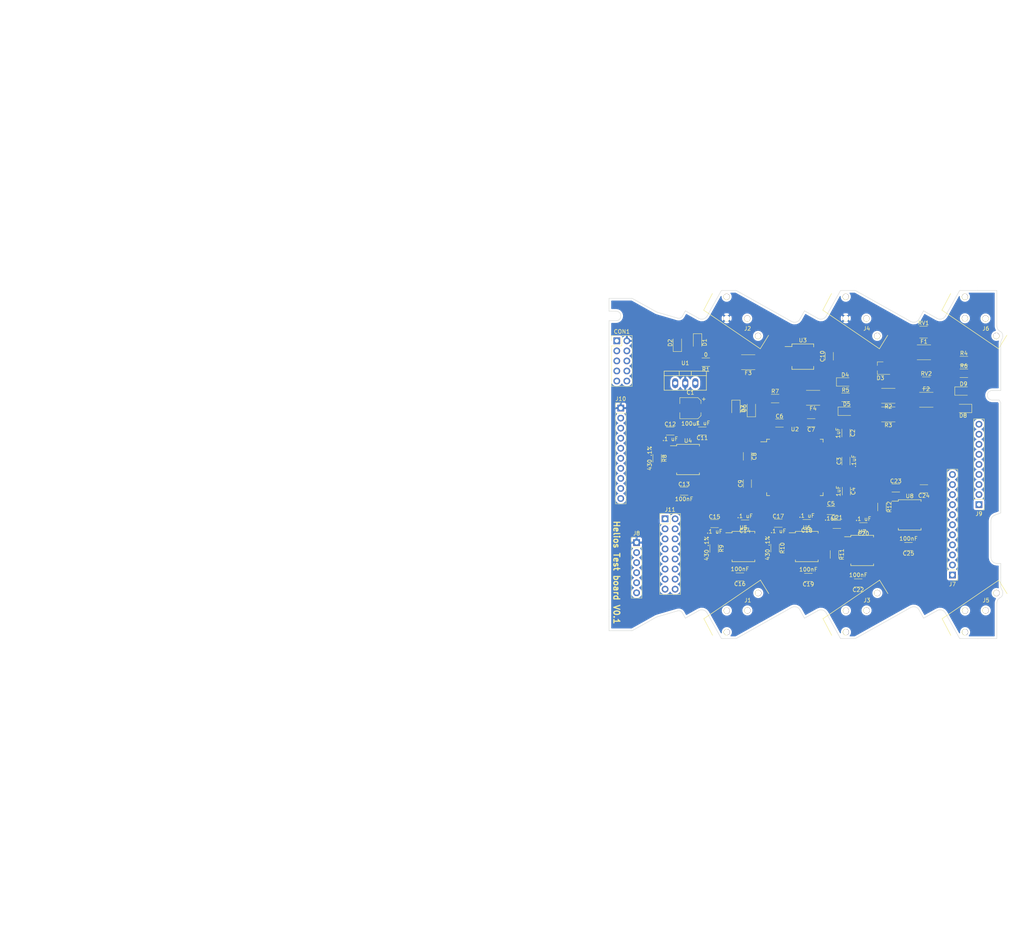
<source format=kicad_pcb>
(kicad_pcb (version 4) (host pcbnew 4.0.7-e2-6376~58~ubuntu16.04.1)
  (layers (0 F.Cu signal) (31 B.Cu signal) (34 B.Paste user) (35 F.Paste user) (36 B.SilkS user) (37 F.SilkS user) (38 B.Mask user) (39 F.Mask user) (44 Edge.Cuts user))
  (net 0 "")
  (net 1 +3V3)
  (net 2 GND)
  (net 3 RTD-1)
  (net 4 RTDb1)
  (net 5 RTD-2)
  (net 6 RTDb2)
  (net 7 RTD-3)
  (net 8 RTDb3)
  (net 9 RTD-4)
  (net 10 RTDb4)
  (net 11 RTD-5)
  (net 12 RTDb5)
  (net 13 "Net-(CON1-Pad1)")
  (net 14 "Net-(CON1-Pad3)")
  (net 15 "Net-(CON1-Pad5)")
  (net 16 "Net-(CON1-Pad6)")
  (net 17 "Net-(CON1-Pad7)")
  (net 18 "Net-(CON1-Pad8)")
  (net 19 "Net-(CON1-Pad9)")
  (net 20 "Net-(CON1-Pad10)")
  (net 21 GNDPWR)
  (net 22 "Net-(D1-Pad2)")
  (net 23 +24V)
  (net 24 "Net-(D2-Pad2)")
  (net 25 "Net-(D3-Pad1)")
  (net 26 "Net-(D3-Pad2)")
  (net 27 "Net-(D4-Pad2)")
  (net 28 "Net-(D6-Pad2)")
  (net 29 "Net-(D8-Pad2)")
  (net 30 /RS485B)
  (net 31 /RS485A)
  (net 32 /Pyro)
  (net 33 /Wind)
  (net 34 RTDa1)
  (net 35 RTDa2)
  (net 36 RTDa3)
  (net 37 RTDa4)
  (net 38 RTDa5)
  (net 39 /Snow)
  (net 40 "Net-(J7-Pad1)")
  (net 41 "Net-(J7-Pad2)")
  (net 42 "Net-(J7-Pad3)")
  (net 43 "Net-(J7-Pad4)")
  (net 44 "Net-(J7-Pad5)")
  (net 45 "Net-(J7-Pad6)")
  (net 46 "Net-(J7-Pad7)")
  (net 47 "Net-(J7-Pad8)")
  (net 48 "Net-(J7-Pad9)")
  (net 49 "Net-(J7-Pad10)")
  (net 50 "Net-(J7-Pad11)")
  (net 51 "Net-(J8-Pad2)")
  (net 52 "Net-(J8-Pad3)")
  (net 53 /GPIOB/UART1_TX)
  (net 54 /GPIOB/UART1_RX)
  (net 55 "Net-(J8-Pad6)")
  (net 56 "Net-(J9-Pad1)")
  (net 57 "Net-(J9-Pad2)")
  (net 58 "Net-(J9-Pad3)")
  (net 59 "Net-(J9-Pad4)")
  (net 60 "Net-(J9-Pad5)")
  (net 61 "Net-(J9-Pad6)")
  (net 62 "Net-(J9-Pad7)")
  (net 63 "Net-(J9-Pad8)")
  (net 64 "Net-(J9-Pad9)")
  (net 65 /GPIOB/MOSI)
  (net 66 /GPIOB/SCK)
  (net 67 /GPIOB/~CS)
  (net 68 /GPIOB/D/~C)
  (net 69 /GPIOB/~RST)
  (net 70 /GPIOA/485TX)
  (net 71 /GPIOA/485RX)
  (net 72 "Net-(J11-Pad1)")
  (net 73 "Net-(J11-Pad2)")
  (net 74 "Net-(J11-Pad3)")
  (net 75 "Net-(J11-Pad4)")
  (net 76 "Net-(J11-Pad5)")
  (net 77 "Net-(J11-Pad6)")
  (net 78 "Net-(J11-Pad7)")
  (net 79 "Net-(J11-Pad8)")
  (net 80 "Net-(J11-Pad9)")
  (net 81 "Net-(J11-Pad10)")
  (net 82 "Net-(J11-Pad11)")
  (net 83 "Net-(J11-Pad12)")
  (net 84 "Net-(J11-Pad13)")
  (net 85 "Net-(J11-Pad14)")
  (net 86 "Net-(J11-Pad15)")
  (net 87 "Net-(J11-Pad16)")
  (net 88 "Net-(R2-Pad2)")
  (net 89 "Net-(R3-Pad2)")
  (net 90 "Net-(R8-Pad1)")
  (net 91 "Net-(R8-Pad2)")
  (net 92 "Net-(R9-Pad1)")
  (net 93 "Net-(R9-Pad2)")
  (net 94 "Net-(R10-Pad1)")
  (net 95 "Net-(R10-Pad2)")
  (net 96 "Net-(R11-Pad1)")
  (net 97 "Net-(R11-Pad2)")
  (net 98 "Net-(R12-Pad1)")
  (net 99 "Net-(R12-Pad2)")
  (net 100 "Net-(U2-Pad7)")
  (net 101 "Net-(U2-Pad8)")
  (net 102 "Net-(U2-Pad9)")
  (net 103 "Net-(U2-Pad10)")
  (net 104 "Net-(U2-Pad11)")
  (net 105 "Net-(U2-Pad12)")
  (net 106 "Net-(U2-Pad13)")
  (net 107 "Net-(U2-Pad14)")
  (net 108 ~RTDcs1)
  (net 109 ~RTDcs2)
  (net 110 ~RTDcs3)
  (net 111 ~RTDcs4)
  (net 112 "Net-(U2-Pad19)")
  (net 113 /GPIOA/serial/TX_en)
  (net 114 "Net-(U2-Pad27)")
  (net 115 ~RTDcs5)
  (net 116 "Net-(U2-Pad34)")
  (net 117 "Net-(U2-Pad55)")
  (net 118 "Net-(U2-Pad57)")
  (net 119 "Net-(U2-Pad59)")
  (net 120 "Net-(U2-Pad61)")
  (net 121 "Net-(U2-Pad62)")
  (net 122 "Net-(U2-Pad63)")
  (net 123 "Net-(U2-Pad64)")
  (net 124 "Net-(U2-Pad65)")
  (net 125 "Net-(U2-Pad66)")
  (net 126 "Net-(U2-Pad73)")
  (net 127 RTD_SCK)
  (net 128 RTD_MISO)
  (net 129 RTD_MOSI)
  (net 130 ~DRDY1)
  (net 131 ~DRDY2)
  (net 132 ~DRDY3)
  (net 133 ~DRDY4)
  (net 134 ~DRDY5)
  (net 135 "Net-(U2-Pad86)")
  (net 136 "Net-(U2-Pad87)")
  (net 137 "Net-(U2-Pad88)")
  (net 138 "Net-(U4-Pad20)")
  (net 139 "Net-(U5-Pad20)")
  (net 140 "Net-(U6-Pad20)")
  (net 141 "Net-(U7-Pad20)")
  (net 142 "Net-(U8-Pad20)")
  (module Capacitors_SMD:CP_Elec_5x5.3 (layer F.Cu) (at 109.6 75 180)
    (fp_text reference C1 (at 0 3.92 180) (layer F.SilkS))
    (fp_text value 100uF (at 0 -3.92 180) (layer F.SilkS))
    (fp_text user + (at -3.38 2.34 180) (layer F.SilkS))
    (pad 1 smd rect (at -2.2 0) (size 3 1.6) (layers F.Cu F.Paste F.Mask) (net 1 +3V3))
    (pad 2 smd rect (at 2.2 0) (size 3 1.6) (layers F.Cu F.Paste F.Mask) (net 2 GND))
  )
  (module Capacitors_SMD:C_1206_HandSoldering (layer F.Cu) (at 148.9 81.3 270)
    (fp_text reference C2 (at 0 -1.75 270) (layer F.SilkS))
    (fp_text value 1uF (at 0 2 270) (layer F.SilkS))
    (pad 1 smd rect (at -2 0 270) (size 2 1.6) (layers F.Cu F.Paste F.Mask) (net 1 +3V3))
    (pad 2 smd rect (at 2 0 270) (size 2 1.6) (layers F.Cu F.Paste F.Mask) (net 2 GND))
  )
  (module Capacitors_SMD:C_1206_HandSoldering (layer F.Cu) (at 148.9 88.4 90)
    (fp_text reference C3 (at 0 -1.75 90) (layer F.SilkS))
    (fp_text value .1uF (at 0 2 90) (layer F.SilkS))
    (pad 1 smd rect (at -2 0 90) (size 2 1.6) (layers F.Cu F.Paste F.Mask) (net 1 +3V3))
    (pad 2 smd rect (at 2 0 90) (size 2 1.6) (layers F.Cu F.Paste F.Mask) (net 2 GND))
  )
  (module Capacitors_SMD:C_1206_HandSoldering (layer F.Cu) (at 149 96 270)
    (fp_text reference C4 (at 0 -1.75 270) (layer F.SilkS))
    (fp_text value 1uF (at 0 2 270) (layer F.SilkS))
    (pad 1 smd rect (at -2 0 270) (size 2 1.6) (layers F.Cu F.Paste F.Mask) (net 1 +3V3))
    (pad 2 smd rect (at 2 0 270) (size 2 1.6) (layers F.Cu F.Paste F.Mask) (net 2 GND))
  )
  (module Capacitors_SMD:C_1206_HandSoldering (layer F.Cu) (at 145.1 100.9)
    (fp_text reference C5 (at 0 -1.75) (layer F.SilkS))
    (fp_text value .1uF (at 0 2) (layer F.SilkS))
    (pad 1 smd rect (at -2 0) (size 2 1.6) (layers F.Cu F.Paste F.Mask) (net 1 +3V3))
    (pad 2 smd rect (at 2 0) (size 2 1.6) (layers F.Cu F.Paste F.Mask) (net 2 GND))
  )
  (module Capacitors_SMD:C_1206_HandSoldering (layer F.Cu) (at 132.1 78.8)
    (fp_text reference C6 (at 0 -1.75) (layer F.SilkS))
    (fp_text value 1uF)
    (pad 1 smd rect (at -2 0) (size 2 1.6) (layers F.Cu F.Paste F.Mask) (net 1 +3V3))
    (pad 2 smd rect (at 2 0) (size 2 1.6) (layers F.Cu F.Paste F.Mask) (net 2 GND))
  )
  (module Capacitors_SMD:C_1206_HandSoldering (layer F.Cu) (at 140.1 78.7 180)
    (fp_text reference C7 (at 0 -1.75 180) (layer F.SilkS))
    (fp_text value .1uF)
    (pad 1 smd rect (at -2 0 180) (size 2 1.6) (layers F.Cu F.Paste F.Mask) (net 1 +3V3))
    (pad 2 smd rect (at 2 0 180) (size 2 1.6) (layers F.Cu F.Paste F.Mask) (net 2 GND))
  )
  (module Capacitors_SMD:C_1206_HandSoldering (layer F.Cu) (at 124 87.2 270)
    (fp_text reference C8 (at 0 -1.75 270) (layer F.SilkS))
    (fp_text value 1uF)
    (pad 1 smd rect (at -2 0 270) (size 2 1.6) (layers F.Cu F.Paste F.Mask) (net 1 +3V3))
    (pad 2 smd rect (at 2 0 270) (size 2 1.6) (layers F.Cu F.Paste F.Mask) (net 2 GND))
  )
  (module Capacitors_SMD:C_1206_HandSoldering (layer F.Cu) (at 124 94.1 90)
    (fp_text reference C9 (at 0 -1.75 90) (layer F.SilkS))
    (fp_text value .1uF)
    (pad 1 smd rect (at -2 0 90) (size 2 1.6) (layers F.Cu F.Paste F.Mask) (net 1 +3V3))
    (pad 2 smd rect (at 2 0 90) (size 2 1.6) (layers F.Cu F.Paste F.Mask) (net 2 GND))
  )
  (module Capacitors_SMD:C_1206_HandSoldering (layer F.Cu) (at 144.7 61.9 90)
    (fp_text reference C10 (at 0 -1.75 90) (layer F.SilkS))
    (fp_text value .1u)
    (pad 1 smd rect (at -2 0 90) (size 2 1.6) (layers F.Cu F.Paste F.Mask) (net 1 +3V3))
    (pad 2 smd rect (at 2 0 90) (size 2 1.6) (layers F.Cu F.Paste F.Mask) (net 2 GND))
  )
  (module Capacitors_SMD:C_1206_HandSoldering (layer F.Cu) (at 112.6 80.8 180)
    (fp_text reference C11 (at 0 -1.75 180) (layer F.SilkS))
    (fp_text value ".1 uF" (at 0 2 180) (layer F.SilkS))
    (pad 1 smd rect (at -2 0 180) (size 2 1.6) (layers F.Cu F.Paste F.Mask) (net 2 GND))
    (pad 2 smd rect (at 2 0 180) (size 2 1.6) (layers F.Cu F.Paste F.Mask) (net 1 +3V3))
  )
  (module Capacitors_SMD:C_1206_HandSoldering (layer F.Cu) (at 104.5 80.8)
    (fp_text reference C12 (at 0 -1.75) (layer F.SilkS))
    (fp_text value ".1 uF" (at 0 2) (layer F.SilkS))
    (pad 1 smd rect (at -2 0) (size 2 1.6) (layers F.Cu F.Paste F.Mask) (net 2 GND))
    (pad 2 smd rect (at 2 0) (size 2 1.6) (layers F.Cu F.Paste F.Mask) (net 1 +3V3))
  )
  (module Capacitors_SMD:C_1206_HandSoldering (layer F.Cu) (at 108 96)
    (fp_text reference C13 (at 0 -1.75) (layer F.SilkS))
    (fp_text value 100nF (at 0 2) (layer F.SilkS))
    (pad 1 smd rect (at -2 0) (size 2 1.6) (layers F.Cu F.Paste F.Mask) (net 3 RTD-1))
    (pad 2 smd rect (at 2 0) (size 2 1.6) (layers F.Cu F.Paste F.Mask) (net 4 RTDb1))
  )
  (module Capacitors_SMD:C_1206_HandSoldering (layer F.Cu) (at 123.4 104.3 180)
    (fp_text reference C14 (at 0 -1.75 180) (layer F.SilkS))
    (fp_text value ".1 uF" (at 0 2 180) (layer F.SilkS))
    (pad 1 smd rect (at -2 0 180) (size 2 1.6) (layers F.Cu F.Paste F.Mask) (net 2 GND))
    (pad 2 smd rect (at 2 0 180) (size 2 1.6) (layers F.Cu F.Paste F.Mask) (net 1 +3V3))
  )
  (module Capacitors_SMD:C_1206_HandSoldering (layer F.Cu) (at 115.7 104.2)
    (fp_text reference C15 (at 0 -1.75) (layer F.SilkS))
    (fp_text value ".1 uF" (at 0 2) (layer F.SilkS))
    (pad 1 smd rect (at -2 0) (size 2 1.6) (layers F.Cu F.Paste F.Mask) (net 2 GND))
    (pad 2 smd rect (at 2 0) (size 2 1.6) (layers F.Cu F.Paste F.Mask) (net 1 +3V3))
  )
  (module Capacitors_SMD:C_1206_HandSoldering (layer F.Cu) (at 122.1 117.7 180)
    (fp_text reference C16 (at 0 -1.75 180) (layer F.SilkS))
    (fp_text value 100nF (at 0 2 180) (layer F.SilkS))
    (pad 1 smd rect (at -2 0 180) (size 2 1.6) (layers F.Cu F.Paste F.Mask) (net 5 RTD-2))
    (pad 2 smd rect (at 2 0 180) (size 2 1.6) (layers F.Cu F.Paste F.Mask) (net 6 RTDb2))
  )
  (module Capacitors_SMD:C_1206_HandSoldering (layer F.Cu) (at 131.8 104.1)
    (fp_text reference C17 (at 0 -1.75) (layer F.SilkS))
    (fp_text value ".1 uF" (at 0 2) (layer F.SilkS))
    (pad 1 smd rect (at -2 0) (size 2 1.6) (layers F.Cu F.Paste F.Mask) (net 2 GND))
    (pad 2 smd rect (at 2 0) (size 2 1.6) (layers F.Cu F.Paste F.Mask) (net 1 +3V3))
  )
  (module Capacitors_SMD:C_1206_HandSoldering (layer F.Cu) (at 139 104.2 180)
    (fp_text reference C18 (at 0 -1.75 180) (layer F.SilkS))
    (fp_text value ".1 uF" (at 0 2 180) (layer F.SilkS))
    (pad 1 smd rect (at -2 0 180) (size 2 1.6) (layers F.Cu F.Paste F.Mask) (net 2 GND))
    (pad 2 smd rect (at 2 0 180) (size 2 1.6) (layers F.Cu F.Paste F.Mask) (net 1 +3V3))
  )
  (module Capacitors_SMD:C_1206_HandSoldering (layer F.Cu) (at 139.4 117.8 180)
    (fp_text reference C19 (at 0 -1.75 180) (layer F.SilkS))
    (fp_text value 100nF (at 0 2 180) (layer F.SilkS))
    (pad 1 smd rect (at -2 0 180) (size 2 1.6) (layers F.Cu F.Paste F.Mask) (net 7 RTD-3))
    (pad 2 smd rect (at 2 0 180) (size 2 1.6) (layers F.Cu F.Paste F.Mask) (net 8 RTDb3))
  )
  (module Capacitors_SMD:C_1206_HandSoldering (layer F.Cu) (at 153.3 105 180)
    (fp_text reference C20 (at 0 -1.75 180) (layer F.SilkS))
    (fp_text value ".1 uF" (at 0 2 180) (layer F.SilkS))
    (pad 1 smd rect (at -2 0 180) (size 2 1.6) (layers F.Cu F.Paste F.Mask) (net 2 GND))
    (pad 2 smd rect (at 2 0 180) (size 2 1.6) (layers F.Cu F.Paste F.Mask) (net 1 +3V3))
  )
  (module Capacitors_SMD:C_1206_HandSoldering (layer F.Cu) (at 146.6 104.4)
    (fp_text reference C21 (at 0 -1.75) (layer F.SilkS))
    (fp_text value ".1 uF")
    (pad 1 smd rect (at -2 0) (size 2 1.6) (layers F.Cu F.Paste F.Mask) (net 2 GND))
    (pad 2 smd rect (at 2 0) (size 2 1.6) (layers F.Cu F.Paste F.Mask) (net 1 +3V3))
  )
  (module Capacitors_SMD:C_1206_HandSoldering (layer F.Cu) (at 152 119.2 180)
    (fp_text reference C22 (at 0 -1.75 180) (layer F.SilkS))
    (fp_text value 100nF (at 0 2 180) (layer F.SilkS))
    (pad 1 smd rect (at -2 0 180) (size 2 1.6) (layers F.Cu F.Paste F.Mask) (net 9 RTD-4))
    (pad 2 smd rect (at 2 0 180) (size 2 1.6) (layers F.Cu F.Paste F.Mask) (net 10 RTDb4))
  )
  (module Capacitors_SMD:C_1206_HandSoldering (layer F.Cu) (at 161.5 95.2)
    (fp_text reference C23 (at 0 -1.75) (layer F.SilkS))
    (fp_text value ".1 uF")
    (pad 1 smd rect (at -2 0) (size 2 1.6) (layers F.Cu F.Paste F.Mask) (net 2 GND))
    (pad 2 smd rect (at 2 0) (size 2 1.6) (layers F.Cu F.Paste F.Mask) (net 1 +3V3))
  )
  (module Capacitors_SMD:C_1206_HandSoldering (layer F.Cu) (at 168.6 95.4 180)
    (fp_text reference C24 (at 0 -1.75 180) (layer F.SilkS))
    (fp_text value ".1 uF")
    (pad 1 smd rect (at -2 0 180) (size 2 1.6) (layers F.Cu F.Paste F.Mask) (net 2 GND))
    (pad 2 smd rect (at 2 0 180) (size 2 1.6) (layers F.Cu F.Paste F.Mask) (net 1 +3V3))
  )
  (module Capacitors_SMD:C_1206_HandSoldering (layer F.Cu) (at 164.7 110 180)
    (fp_text reference C25 (at 0 -1.75 180) (layer F.SilkS))
    (fp_text value 100nF (at 0 2 180) (layer F.SilkS))
    (pad 1 smd rect (at -2 0 180) (size 2 1.6) (layers F.Cu F.Paste F.Mask) (net 11 RTD-5))
    (pad 2 smd rect (at 2 0 180) (size 2 1.6) (layers F.Cu F.Paste F.Mask) (net 12 RTDb5))
  )
  (module Pin_Headers:Pin_Header_Straight_2x05_Pitch2.54mm (layer F.Cu) (at 91 58)
    (fp_text reference CON1 (at 1.27 -2.33) (layer F.SilkS))
    (fp_text value AVR-JTAG-10)
    (pad 1 thru_hole rect (at 0 0) (size 1.7 1.7) (drill 1) (layers *.Cu *.Mask) (net 13 "Net-(CON1-Pad1)"))
    (pad 2 thru_hole oval (at 2.54 0) (size 1.7 1.7) (drill 1) (layers *.Cu *.Mask) (net 2 GND))
    (pad 3 thru_hole oval (at 0 2.54) (size 1.7 1.7) (drill 1) (layers *.Cu *.Mask) (net 14 "Net-(CON1-Pad3)"))
    (pad 4 thru_hole oval (at 2.54 2.54) (size 1.7 1.7) (drill 1) (layers *.Cu *.Mask) (net 1 +3V3))
    (pad 5 thru_hole oval (at 0 5.08) (size 1.7 1.7) (drill 1) (layers *.Cu *.Mask) (net 15 "Net-(CON1-Pad5)"))
    (pad 6 thru_hole oval (at 2.54 5.08) (size 1.7 1.7) (drill 1) (layers *.Cu *.Mask) (net 16 "Net-(CON1-Pad6)"))
    (pad 7 thru_hole oval (at 0 7.62) (size 1.7 1.7) (drill 1) (layers *.Cu *.Mask) (net 17 "Net-(CON1-Pad7)"))
    (pad 8 thru_hole oval (at 2.54 7.62) (size 1.7 1.7) (drill 1) (layers *.Cu *.Mask) (net 18 "Net-(CON1-Pad8)"))
    (pad 9 thru_hole oval (at 0 10.16) (size 1.7 1.7) (drill 1) (layers *.Cu *.Mask) (net 19 "Net-(CON1-Pad9)"))
    (pad 10 thru_hole oval (at 2.54 10.16) (size 1.7 1.7) (drill 1) (layers *.Cu *.Mask) (net 20 "Net-(CON1-Pad10)"))
  )
  (module Diodes_SMD:D_1206 (layer F.Cu) (at 111.4 58.4 270)
    (fp_text reference D1 (at 0 -1.8 270) (layer F.SilkS))
    (fp_text value D_Schottky)
    (pad 1 smd rect (at -1.5 0 270) (size 1 1.6) (layers F.Cu F.Paste F.Mask) (net 21 GNDPWR))
    (pad 2 smd rect (at 1.5 0 270) (size 1 1.6) (layers F.Cu F.Paste F.Mask) (net 22 "Net-(D1-Pad2)"))
  )
  (module Diodes_SMD:D_1206 (layer F.Cu) (at 106.3 58.5 90)
    (fp_text reference D2 (at 0 -1.8 90) (layer F.SilkS))
    (fp_text value D_Schottky)
    (pad 1 smd rect (at -1.5 0 90) (size 1 1.6) (layers F.Cu F.Paste F.Mask) (net 23 +24V))
    (pad 2 smd rect (at 1.5 0 90) (size 1 1.6) (layers F.Cu F.Paste F.Mask) (net 24 "Net-(D2-Pad2)"))
  )
  (module TO_SOT_Packages_SMD:SOT-23_Handsoldering (layer F.Cu) (at 157.6 64.9 180)
    (fp_text reference D3 (at 0 -2.5 180) (layer F.SilkS))
    (fp_text value D_TVS_x2_AAC)
    (pad 1 smd rect (at -1.5 -0.95 180) (size 1.9 0.8) (layers F.Cu F.Paste F.Mask) (net 25 "Net-(D3-Pad1)"))
    (pad 2 smd rect (at -1.5 0.95 180) (size 1.9 0.8) (layers F.Cu F.Paste F.Mask) (net 26 "Net-(D3-Pad2)"))
    (pad 3 smd rect (at 1.5 0 180) (size 1.9 0.8) (layers F.Cu F.Paste F.Mask) (net 2 GND))
  )
  (module Diodes_SMD:D_1206 (layer F.Cu) (at 148.7 68.4)
    (fp_text reference D4 (at 0 -1.8) (layer F.SilkS))
    (fp_text value D_Schottky)
    (pad 1 smd rect (at -1.5 0) (size 1 1.6) (layers F.Cu F.Paste F.Mask) (net 1 +3V3))
    (pad 2 smd rect (at 1.5 0) (size 1 1.6) (layers F.Cu F.Paste F.Mask) (net 27 "Net-(D4-Pad2)"))
  )
  (module Diodes_SMD:D_1206 (layer F.Cu) (at 149.1 75.8)
    (fp_text reference D5 (at 0 -1.8) (layer F.SilkS))
    (fp_text value D_Schottky)
    (pad 1 smd rect (at -1.5 0) (size 1 1.6) (layers F.Cu F.Paste F.Mask) (net 27 "Net-(D4-Pad2)"))
    (pad 2 smd rect (at 1.5 0) (size 1 1.6) (layers F.Cu F.Paste F.Mask) (net 2 GND))
  )
  (module Diodes_SMD:D_1206 (layer F.Cu) (at 125 75 90)
    (fp_text reference D6 (at 0 -1.8 90) (layer F.SilkS))
    (fp_text value D_Schottky)
    (pad 1 smd rect (at -1.5 0 90) (size 1 1.6) (layers F.Cu F.Paste F.Mask) (net 1 +3V3))
    (pad 2 smd rect (at 1.5 0 90) (size 1 1.6) (layers F.Cu F.Paste F.Mask) (net 28 "Net-(D6-Pad2)"))
  )
  (module Diodes_SMD:D_1206 (layer F.Cu) (at 121.1 75.2 270)
    (fp_text reference D7 (at 0 -1.8 270) (layer F.SilkS))
    (fp_text value D_Schottky)
    (pad 1 smd rect (at -1.5 0 270) (size 1 1.6) (layers F.Cu F.Paste F.Mask) (net 28 "Net-(D6-Pad2)"))
    (pad 2 smd rect (at 1.5 0 270) (size 1 1.6) (layers F.Cu F.Paste F.Mask) (net 2 GND))
  )
  (module Diodes_SMD:D_1206 (layer F.Cu) (at 178.5 75.1 180)
    (fp_text reference D8 (at 0 -1.8 180) (layer F.SilkS))
    (fp_text value D_Schottky)
    (pad 1 smd rect (at -1.5 0 180) (size 1 1.6) (layers F.Cu F.Paste F.Mask) (net 1 +3V3))
    (pad 2 smd rect (at 1.5 0 180) (size 1 1.6) (layers F.Cu F.Paste F.Mask) (net 29 "Net-(D8-Pad2)"))
  )
  (module Diodes_SMD:D_1206 (layer F.Cu) (at 178.6 70.7)
    (fp_text reference D9 (at 0 -1.8) (layer F.SilkS))
    (fp_text value D_Schottky)
    (pad 1 smd rect (at -1.5 0) (size 1 1.6) (layers F.Cu F.Paste F.Mask) (net 29 "Net-(D8-Pad2)"))
    (pad 2 smd rect (at 1.5 0) (size 1 1.6) (layers F.Cu F.Paste F.Mask) (net 2 GND))
  )
  (module Pin_Headers:Pin_Header_Straight_1x11_Pitch2.54mm (layer F.Cu) (at 175.8 117.2 180)
    (fp_text reference J7 (at 0 -2.33 180) (layer F.SilkS))
    (fp_text value Conn_01x11)
    (pad 1 thru_hole rect (at 0 0 180) (size 1.7 1.7) (drill 1) (layers *.Cu *.Mask) (net 40 "Net-(J7-Pad1)"))
    (pad 2 thru_hole oval (at 0 2.54 180) (size 1.7 1.7) (drill 1) (layers *.Cu *.Mask) (net 41 "Net-(J7-Pad2)"))
    (pad 3 thru_hole oval (at 0 5.08 180) (size 1.7 1.7) (drill 1) (layers *.Cu *.Mask) (net 42 "Net-(J7-Pad3)"))
    (pad 4 thru_hole oval (at 0 7.62 180) (size 1.7 1.7) (drill 1) (layers *.Cu *.Mask) (net 43 "Net-(J7-Pad4)"))
    (pad 5 thru_hole oval (at 0 10.16 180) (size 1.7 1.7) (drill 1) (layers *.Cu *.Mask) (net 44 "Net-(J7-Pad5)"))
    (pad 6 thru_hole oval (at 0 12.7 180) (size 1.7 1.7) (drill 1) (layers *.Cu *.Mask) (net 45 "Net-(J7-Pad6)"))
    (pad 7 thru_hole oval (at 0 15.24 180) (size 1.7 1.7) (drill 1) (layers *.Cu *.Mask) (net 46 "Net-(J7-Pad7)"))
    (pad 8 thru_hole oval (at 0 17.78 180) (size 1.7 1.7) (drill 1) (layers *.Cu *.Mask) (net 47 "Net-(J7-Pad8)"))
    (pad 9 thru_hole oval (at 0 20.32 180) (size 1.7 1.7) (drill 1) (layers *.Cu *.Mask) (net 48 "Net-(J7-Pad9)"))
    (pad 10 thru_hole oval (at 0 22.86 180) (size 1.7 1.7) (drill 1) (layers *.Cu *.Mask) (net 49 "Net-(J7-Pad10)"))
    (pad 11 thru_hole oval (at 0 25.4 180) (size 1.7 1.7) (drill 1) (layers *.Cu *.Mask) (net 50 "Net-(J7-Pad11)"))
  )
  (module Pin_Headers:Pin_Header_Straight_1x06_Pitch2.54mm (layer F.Cu) (at 96 109)
    (fp_text reference J8 (at 0 -2.33) (layer F.SilkS))
    (fp_text value Conn_01x06)
    (pad 1 thru_hole rect (at 0 0) (size 1.7 1.7) (drill 1) (layers *.Cu *.Mask) (net 2 GND))
    (pad 2 thru_hole oval (at 0 2.54) (size 1.7 1.7) (drill 1) (layers *.Cu *.Mask) (net 51 "Net-(J8-Pad2)"))
    (pad 3 thru_hole oval (at 0 5.08) (size 1.7 1.7) (drill 1) (layers *.Cu *.Mask) (net 52 "Net-(J8-Pad3)"))
    (pad 4 thru_hole oval (at 0 7.62) (size 1.7 1.7) (drill 1) (layers *.Cu *.Mask) (net 53 /GPIOB/UART1_TX))
    (pad 5 thru_hole oval (at 0 10.16) (size 1.7 1.7) (drill 1) (layers *.Cu *.Mask) (net 54 /GPIOB/UART1_RX))
    (pad 6 thru_hole oval (at 0 12.7) (size 1.7 1.7) (drill 1) (layers *.Cu *.Mask) (net 55 "Net-(J8-Pad6)"))
  )
  (module Pin_Headers:Pin_Header_Straight_1x09_Pitch2.54mm (layer F.Cu) (at 182.5 99.4 180)
    (fp_text reference J9 (at 0 -2.33 180) (layer F.SilkS))
    (fp_text value Conn_01x09)
    (pad 1 thru_hole rect (at 0 0 180) (size 1.7 1.7) (drill 1) (layers *.Cu *.Mask) (net 56 "Net-(J9-Pad1)"))
    (pad 2 thru_hole oval (at 0 2.54 180) (size 1.7 1.7) (drill 1) (layers *.Cu *.Mask) (net 57 "Net-(J9-Pad2)"))
    (pad 3 thru_hole oval (at 0 5.08 180) (size 1.7 1.7) (drill 1) (layers *.Cu *.Mask) (net 58 "Net-(J9-Pad3)"))
    (pad 4 thru_hole oval (at 0 7.62 180) (size 1.7 1.7) (drill 1) (layers *.Cu *.Mask) (net 59 "Net-(J9-Pad4)"))
    (pad 5 thru_hole oval (at 0 10.16 180) (size 1.7 1.7) (drill 1) (layers *.Cu *.Mask) (net 60 "Net-(J9-Pad5)"))
    (pad 6 thru_hole oval (at 0 12.7 180) (size 1.7 1.7) (drill 1) (layers *.Cu *.Mask) (net 61 "Net-(J9-Pad6)"))
    (pad 7 thru_hole oval (at 0 15.24 180) (size 1.7 1.7) (drill 1) (layers *.Cu *.Mask) (net 62 "Net-(J9-Pad7)"))
    (pad 8 thru_hole oval (at 0 17.78 180) (size 1.7 1.7) (drill 1) (layers *.Cu *.Mask) (net 63 "Net-(J9-Pad8)"))
    (pad 9 thru_hole oval (at 0 20.32 180) (size 1.7 1.7) (drill 1) (layers *.Cu *.Mask) (net 64 "Net-(J9-Pad9)"))
  )
  (module Pin_Headers:Pin_Header_Straight_1x10_Pitch2.54mm (layer F.Cu) (at 92 75)
    (fp_text reference J10 (at 0 -2.33) (layer F.SilkS))
    (fp_text value Conn_01x10)
    (pad 1 thru_hole rect (at 0 0) (size 1.7 1.7) (drill 1) (layers *.Cu *.Mask) (net 2 GND))
    (pad 2 thru_hole oval (at 0 2.54) (size 1.7 1.7) (drill 1) (layers *.Cu *.Mask) (net 65 /GPIOB/MOSI))
    (pad 3 thru_hole oval (at 0 5.08) (size 1.7 1.7) (drill 1) (layers *.Cu *.Mask) (net 66 /GPIOB/SCK))
    (pad 4 thru_hole oval (at 0 7.62) (size 1.7 1.7) (drill 1) (layers *.Cu *.Mask) (net 67 /GPIOB/~CS))
    (pad 5 thru_hole oval (at 0 10.16) (size 1.7 1.7) (drill 1) (layers *.Cu *.Mask) (net 68 /GPIOB/D/~C))
    (pad 6 thru_hole oval (at 0 12.7) (size 1.7 1.7) (drill 1) (layers *.Cu *.Mask) (net 69 /GPIOB/~RST))
    (pad 7 thru_hole oval (at 0 15.24) (size 1.7 1.7) (drill 1) (layers *.Cu *.Mask) (net 70 /GPIOA/485TX))
    (pad 8 thru_hole oval (at 0 17.78) (size 1.7 1.7) (drill 1) (layers *.Cu *.Mask) (net 71 /GPIOA/485RX))
    (pad 9 thru_hole oval (at 0 20.32) (size 1.7 1.7) (drill 1) (layers *.Cu *.Mask) (net 1 +3V3))
    (pad 10 thru_hole oval (at 0 22.86) (size 1.7 1.7) (drill 1) (layers *.Cu *.Mask) (net 23 +24V))
  )
  (module Pin_Headers:Pin_Header_Straight_2x08_Pitch2.54mm (layer F.Cu) (at 103.2 103)
    (fp_text reference J11 (at 1.27 -2.33) (layer F.SilkS))
    (fp_text value Conn_01x16)
    (pad 1 thru_hole rect (at 0 0) (size 1.7 1.7) (drill 1) (layers *.Cu *.Mask) (net 72 "Net-(J11-Pad1)"))
    (pad 2 thru_hole oval (at 2.54 0) (size 1.7 1.7) (drill 1) (layers *.Cu *.Mask) (net 73 "Net-(J11-Pad2)"))
    (pad 3 thru_hole oval (at 0 2.54) (size 1.7 1.7) (drill 1) (layers *.Cu *.Mask) (net 74 "Net-(J11-Pad3)"))
    (pad 4 thru_hole oval (at 2.54 2.54) (size 1.7 1.7) (drill 1) (layers *.Cu *.Mask) (net 75 "Net-(J11-Pad4)"))
    (pad 5 thru_hole oval (at 0 5.08) (size 1.7 1.7) (drill 1) (layers *.Cu *.Mask) (net 76 "Net-(J11-Pad5)"))
    (pad 6 thru_hole oval (at 2.54 5.08) (size 1.7 1.7) (drill 1) (layers *.Cu *.Mask) (net 77 "Net-(J11-Pad6)"))
    (pad 7 thru_hole oval (at 0 7.62) (size 1.7 1.7) (drill 1) (layers *.Cu *.Mask) (net 78 "Net-(J11-Pad7)"))
    (pad 8 thru_hole oval (at 2.54 7.62) (size 1.7 1.7) (drill 1) (layers *.Cu *.Mask) (net 79 "Net-(J11-Pad8)"))
    (pad 9 thru_hole oval (at 0 10.16) (size 1.7 1.7) (drill 1) (layers *.Cu *.Mask) (net 80 "Net-(J11-Pad9)"))
    (pad 10 thru_hole oval (at 2.54 10.16) (size 1.7 1.7) (drill 1) (layers *.Cu *.Mask) (net 81 "Net-(J11-Pad10)"))
    (pad 11 thru_hole oval (at 0 12.7) (size 1.7 1.7) (drill 1) (layers *.Cu *.Mask) (net 82 "Net-(J11-Pad11)"))
    (pad 12 thru_hole oval (at 2.54 12.7) (size 1.7 1.7) (drill 1) (layers *.Cu *.Mask) (net 83 "Net-(J11-Pad12)"))
    (pad 13 thru_hole oval (at 0 15.24) (size 1.7 1.7) (drill 1) (layers *.Cu *.Mask) (net 84 "Net-(J11-Pad13)"))
    (pad 14 thru_hole oval (at 2.54 15.24) (size 1.7 1.7) (drill 1) (layers *.Cu *.Mask) (net 85 "Net-(J11-Pad14)"))
    (pad 15 thru_hole oval (at 0 17.78) (size 1.7 1.7) (drill 1) (layers *.Cu *.Mask) (net 86 "Net-(J11-Pad15)"))
    (pad 16 thru_hole oval (at 2.54 17.78) (size 1.7 1.7) (drill 1) (layers *.Cu *.Mask) (net 87 "Net-(J11-Pad16)"))
  )
  (module Resistors_SMD:R_1206_HandSoldering (layer F.Cu) (at 113.5 63.4 180)
    (fp_text reference R1 (at 0 -1.85 180) (layer F.SilkS))
    (fp_text value 0 (at 0 1.9 180) (layer F.SilkS))
    (pad 1 smd rect (at -2 0 180) (size 2 1.7) (layers F.Cu F.Paste F.Mask) (net 2 GND))
    (pad 2 smd rect (at 2 0 180) (size 2 1.7) (layers F.Cu F.Paste F.Mask) (net 22 "Net-(D1-Pad2)"))
  )
  (module Resistors_SMD:R_1206_HandSoldering (layer F.Cu) (at 178.7 63)
    (fp_text reference R4 (at 0 -1.85) (layer F.SilkS))
    (fp_text value 9k)
    (pad 1 smd rect (at -2 0) (size 2 1.7) (layers F.Cu F.Paste F.Mask) (net 29 "Net-(D8-Pad2)"))
    (pad 2 smd rect (at 2 0) (size 2 1.7) (layers F.Cu F.Paste F.Mask) (net 39 /Snow))
  )
  (module Resistors_SMD:R_1206_HandSoldering (layer F.Cu) (at 148.8 72.3)
    (fp_text reference R5 (at 0 -1.85) (layer F.SilkS))
    (fp_text value 125)
    (pad 1 smd rect (at -2 0) (size 2 1.7) (layers F.Cu F.Paste F.Mask) (net 27 "Net-(D4-Pad2)"))
    (pad 2 smd rect (at 2 0) (size 2 1.7) (layers F.Cu F.Paste F.Mask) (net 2 GND))
  )
  (module Resistors_SMD:R_1206_HandSoldering (layer F.Cu) (at 178.7 66.2)
    (fp_text reference R6 (at 0 -1.85) (layer F.SilkS))
    (fp_text value 1k)
    (pad 1 smd rect (at -2 0) (size 2 1.7) (layers F.Cu F.Paste F.Mask) (net 29 "Net-(D8-Pad2)"))
    (pad 2 smd rect (at 2 0) (size 2 1.7) (layers F.Cu F.Paste F.Mask) (net 2 GND))
  )
  (module Resistors_SMD:R_1206_HandSoldering (layer F.Cu) (at 131 72.6)
    (fp_text reference R7 (at 0 -1.85) (layer F.SilkS))
    (fp_text value 10k)
    (pad 1 smd rect (at -2 0) (size 2 1.7) (layers F.Cu F.Paste F.Mask) (net 28 "Net-(D6-Pad2)"))
    (pad 2 smd rect (at 2 0) (size 2 1.7) (layers F.Cu F.Paste F.Mask) (net 2 GND))
  )
  (module Resistors_SMD:R_1206_HandSoldering (layer F.Cu) (at 101.2 87.7 270)
    (fp_text reference R8 (at 0 -1.85 270) (layer F.SilkS))
    (fp_text value "430 .1%" (at 0 1.9 270) (layer F.SilkS))
    (pad 1 smd rect (at -2 0 270) (size 2 1.7) (layers F.Cu F.Paste F.Mask) (net 90 "Net-(R8-Pad1)"))
    (pad 2 smd rect (at 2 0 270) (size 2 1.7) (layers F.Cu F.Paste F.Mask) (net 91 "Net-(R8-Pad2)"))
  )
  (module Resistors_SMD:R_1206_HandSoldering (layer F.Cu) (at 115.6 110.5 270)
    (fp_text reference R9 (at 0 -1.85 270) (layer F.SilkS))
    (fp_text value "430 .1%" (at 0 1.9 270) (layer F.SilkS))
    (pad 1 smd rect (at -2 0 270) (size 2 1.7) (layers F.Cu F.Paste F.Mask) (net 92 "Net-(R9-Pad1)"))
    (pad 2 smd rect (at 2 0 270) (size 2 1.7) (layers F.Cu F.Paste F.Mask) (net 93 "Net-(R9-Pad2)"))
  )
  (module Resistors_SMD:R_1206_HandSoldering (layer F.Cu) (at 131 110.4 270)
    (fp_text reference R10 (at 0 -1.85 270) (layer F.SilkS))
    (fp_text value "430 .1%" (at 0 1.9 270) (layer F.SilkS))
    (pad 1 smd rect (at -2 0 270) (size 2 1.7) (layers F.Cu F.Paste F.Mask) (net 94 "Net-(R10-Pad1)"))
    (pad 2 smd rect (at 2 0 270) (size 2 1.7) (layers F.Cu F.Paste F.Mask) (net 95 "Net-(R10-Pad2)"))
  )
  (module Resistors_SMD:R_1206_HandSoldering (layer F.Cu) (at 146 112 270)
    (fp_text reference R11 (at 0 -1.85 270) (layer F.SilkS))
    (fp_text value "430 .1%")
    (pad 1 smd rect (at -2 0 270) (size 2 1.7) (layers F.Cu F.Paste F.Mask) (net 96 "Net-(R11-Pad1)"))
    (pad 2 smd rect (at 2 0 270) (size 2 1.7) (layers F.Cu F.Paste F.Mask) (net 97 "Net-(R11-Pad2)"))
  )
  (module Resistors_SMD:R_1206_HandSoldering (layer F.Cu) (at 158 100 270)
    (fp_text reference R12 (at 0 -1.85 270) (layer F.SilkS))
    (fp_text value "430 .1%")
    (pad 1 smd rect (at -2 0 270) (size 2 1.7) (layers F.Cu F.Paste F.Mask) (net 98 "Net-(R12-Pad1)"))
    (pad 2 smd rect (at 2 0 270) (size 2 1.7) (layers F.Cu F.Paste F.Mask) (net 99 "Net-(R12-Pad2)"))
  )
  (module Resistors_SMD:R_1210_HandSoldering (layer F.Cu) (at 168.5 55.8)
    (fp_text reference RV1 (at 0 -2.3) (layer F.SilkS))
    (fp_text value Varistor)
    (pad 1 smd rect (at -2 0) (size 2 2.5) (layers F.Cu F.Paste F.Mask) (net 30 /RS485B))
    (pad 2 smd rect (at 2 0) (size 2 2.5) (layers F.Cu F.Paste F.Mask) (net 2 GND))
  )
  (module Resistors_SMD:R_1210_HandSoldering (layer F.Cu) (at 169.2 68.6)
    (fp_text reference RV2 (at 0 -2.3) (layer F.SilkS))
    (fp_text value Varistor)
    (pad 1 smd rect (at -2 0) (size 2 2.5) (layers F.Cu F.Paste F.Mask) (net 31 /RS485A))
    (pad 2 smd rect (at 2 0) (size 2 2.5) (layers F.Cu F.Paste F.Mask) (net 2 GND))
  )
  (module Housings_QFP:LQFP-100_14x14mm_Pitch0.5mm (layer F.Cu) (at 136 90)
    (fp_text reference U2 (at 0 -9.65) (layer F.SilkS))
    (fp_text value "STM32F303V(B-C)Tx_u")
    (pad 1 smd rect (at -7.9 -6) (size 1.5 0.28) (layers F.Cu F.Paste F.Mask) (net 74 "Net-(J11-Pad3)"))
    (pad 2 smd rect (at -7.9 -5.5) (size 1.5 0.28) (layers F.Cu F.Paste F.Mask) (net 75 "Net-(J11-Pad4)"))
    (pad 3 smd rect (at -7.9 -5) (size 1.5 0.28) (layers F.Cu F.Paste F.Mask) (net 76 "Net-(J11-Pad5)"))
    (pad 4 smd rect (at -7.9 -4.5) (size 1.5 0.28) (layers F.Cu F.Paste F.Mask) (net 77 "Net-(J11-Pad6)"))
    (pad 5 smd rect (at -7.9 -4) (size 1.5 0.28) (layers F.Cu F.Paste F.Mask) (net 78 "Net-(J11-Pad7)"))
    (pad 6 smd rect (at -7.9 -3.5) (size 1.5 0.28) (layers F.Cu F.Paste F.Mask) (net 1 +3V3))
    (pad 7 smd rect (at -7.9 -3) (size 1.5 0.28) (layers F.Cu F.Paste F.Mask) (net 100 "Net-(U2-Pad7)"))
    (pad 8 smd rect (at -7.9 -2.5) (size 1.5 0.28) (layers F.Cu F.Paste F.Mask) (net 101 "Net-(U2-Pad8)"))
    (pad 9 smd rect (at -7.9 -2) (size 1.5 0.28) (layers F.Cu F.Paste F.Mask) (net 102 "Net-(U2-Pad9)"))
    (pad 10 smd rect (at -7.9 -1.5) (size 1.5 0.28) (layers F.Cu F.Paste F.Mask) (net 103 "Net-(U2-Pad10)"))
    (pad 11 smd rect (at -7.9 -1) (size 1.5 0.28) (layers F.Cu F.Paste F.Mask) (net 104 "Net-(U2-Pad11)"))
    (pad 12 smd rect (at -7.9 -0.5) (size 1.5 0.28) (layers F.Cu F.Paste F.Mask) (net 105 "Net-(U2-Pad12)"))
    (pad 13 smd rect (at -7.9 0) (size 1.5 0.28) (layers F.Cu F.Paste F.Mask) (net 106 "Net-(U2-Pad13)"))
    (pad 14 smd rect (at -7.9 0.5) (size 1.5 0.28) (layers F.Cu F.Paste F.Mask) (net 107 "Net-(U2-Pad14)"))
    (pad 15 smd rect (at -7.9 1) (size 1.5 0.28) (layers F.Cu F.Paste F.Mask) (net 108 ~RTDcs1))
    (pad 16 smd rect (at -7.9 1.5) (size 1.5 0.28) (layers F.Cu F.Paste F.Mask) (net 109 ~RTDcs2))
    (pad 17 smd rect (at -7.9 2) (size 1.5 0.28) (layers F.Cu F.Paste F.Mask) (net 110 ~RTDcs3))
    (pad 18 smd rect (at -7.9 2.5) (size 1.5 0.28) (layers F.Cu F.Paste F.Mask) (net 111 ~RTDcs4))
    (pad 19 smd rect (at -7.9 3) (size 1.5 0.28) (layers F.Cu F.Paste F.Mask) (net 112 "Net-(U2-Pad19)"))
    (pad 20 smd rect (at -7.9 3.5) (size 1.5 0.28) (layers F.Cu F.Paste F.Mask) (net 2 GND))
    (pad 21 smd rect (at -7.9 4) (size 1.5 0.28) (layers F.Cu F.Paste F.Mask) (net 1 +3V3))
    (pad 22 smd rect (at -7.9 4.5) (size 1.5 0.28) (layers F.Cu F.Paste F.Mask) (net 1 +3V3))
    (pad 23 smd rect (at -7.9 5) (size 1.5 0.28) (layers F.Cu F.Paste F.Mask) (net 40 "Net-(J7-Pad1)"))
    (pad 24 smd rect (at -7.9 5.5) (size 1.5 0.28) (layers F.Cu F.Paste F.Mask) (net 113 /GPIOA/serial/TX_en))
    (pad 25 smd rect (at -7.9 6) (size 1.5 0.28) (layers F.Cu F.Paste F.Mask) (net 70 /GPIOA/485TX))
    (pad 26 smd rect (at -6 7.9 90) (size 1.5 0.28) (layers F.Cu F.Paste F.Mask) (net 71 /GPIOA/485RX))
    (pad 27 smd rect (at -5.5 7.9 90) (size 1.5 0.28) (layers F.Cu F.Paste F.Mask) (net 114 "Net-(U2-Pad27)"))
    (pad 28 smd rect (at -5 7.9 90) (size 1.5 0.28) (layers F.Cu F.Paste F.Mask) (net 1 +3V3))
    (pad 29 smd rect (at -4.5 7.9 90) (size 1.5 0.28) (layers F.Cu F.Paste F.Mask) (net 41 "Net-(J7-Pad2)"))
    (pad 30 smd rect (at -4 7.9 90) (size 1.5 0.28) (layers F.Cu F.Paste F.Mask) (net 42 "Net-(J7-Pad3)"))
    (pad 31 smd rect (at -3.5 7.9 90) (size 1.5 0.28) (layers F.Cu F.Paste F.Mask) (net 43 "Net-(J7-Pad4)"))
    (pad 32 smd rect (at -3 7.9 90) (size 1.5 0.28) (layers F.Cu F.Paste F.Mask) (net 44 "Net-(J7-Pad5)"))
    (pad 33 smd rect (at -2.5 7.9 90) (size 1.5 0.28) (layers F.Cu F.Paste F.Mask) (net 115 ~RTDcs5))
    (pad 34 smd rect (at -2 7.9 90) (size 1.5 0.28) (layers F.Cu F.Paste F.Mask) (net 116 "Net-(U2-Pad34)"))
    (pad 35 smd rect (at -1.5 7.9 90) (size 1.5 0.28) (layers F.Cu F.Paste F.Mask) (net 56 "Net-(J9-Pad1)"))
    (pad 36 smd rect (at -1 7.9 90) (size 1.5 0.28) (layers F.Cu F.Paste F.Mask) (net 57 "Net-(J9-Pad2)"))
    (pad 37 smd rect (at -0.5 7.9 90) (size 1.5 0.28) (layers F.Cu F.Paste F.Mask) (net 58 "Net-(J9-Pad3)"))
    (pad 38 smd rect (at 0 7.9 90) (size 1.5 0.28) (layers F.Cu F.Paste F.Mask) (net 79 "Net-(J11-Pad8)"))
    (pad 39 smd rect (at 0.5 7.9 90) (size 1.5 0.28) (layers F.Cu F.Paste F.Mask) (net 80 "Net-(J11-Pad9)"))
    (pad 40 smd rect (at 1 7.9 90) (size 1.5 0.28) (layers F.Cu F.Paste F.Mask) (net 81 "Net-(J11-Pad10)"))
    (pad 41 smd rect (at 1.5 7.9 90) (size 1.5 0.28) (layers F.Cu F.Paste F.Mask) (net 82 "Net-(J11-Pad11)"))
    (pad 42 smd rect (at 2 7.9 90) (size 1.5 0.28) (layers F.Cu F.Paste F.Mask) (net 83 "Net-(J11-Pad12)"))
    (pad 43 smd rect (at 2.5 7.9 90) (size 1.5 0.28) (layers F.Cu F.Paste F.Mask) (net 84 "Net-(J11-Pad13)"))
    (pad 44 smd rect (at 3 7.9 90) (size 1.5 0.28) (layers F.Cu F.Paste F.Mask) (net 85 "Net-(J11-Pad14)"))
    (pad 45 smd rect (at 3.5 7.9 90) (size 1.5 0.28) (layers F.Cu F.Paste F.Mask) (net 86 "Net-(J11-Pad15)"))
    (pad 46 smd rect (at 4 7.9 90) (size 1.5 0.28) (layers F.Cu F.Paste F.Mask) (net 87 "Net-(J11-Pad16)"))
    (pad 47 smd rect (at 4.5 7.9 90) (size 1.5 0.28) (layers F.Cu F.Paste F.Mask) (net 64 "Net-(J9-Pad9)"))
    (pad 48 smd rect (at 5 7.9 90) (size 1.5 0.28) (layers F.Cu F.Paste F.Mask) (net 67 /GPIOB/~CS))
    (pad 49 smd rect (at 5.5 7.9 90) (size 1.5 0.28) (layers F.Cu F.Paste F.Mask) (net 2 GND))
    (pad 50 smd rect (at 6 7.9 90) (size 1.5 0.28) (layers F.Cu F.Paste F.Mask) (net 1 +3V3))
    (pad 51 smd rect (at 7.9 6) (size 1.5 0.28) (layers F.Cu F.Paste F.Mask) (net 69 /GPIOB/~RST))
    (pad 52 smd rect (at 7.9 5.5) (size 1.5 0.28) (layers F.Cu F.Paste F.Mask) (net 66 /GPIOB/SCK))
    (pad 53 smd rect (at 7.9 5) (size 1.5 0.28) (layers F.Cu F.Paste F.Mask) (net 68 /GPIOB/D/~C))
    (pad 54 smd rect (at 7.9 4.5) (size 1.5 0.28) (layers F.Cu F.Paste F.Mask) (net 65 /GPIOB/MOSI))
    (pad 55 smd rect (at 7.9 4) (size 1.5 0.28) (layers F.Cu F.Paste F.Mask) (net 117 "Net-(U2-Pad55)"))
    (pad 56 smd rect (at 7.9 3.5) (size 1.5 0.28) (layers F.Cu F.Paste F.Mask) (net 29 "Net-(D8-Pad2)"))
    (pad 57 smd rect (at 7.9 3) (size 1.5 0.28) (layers F.Cu F.Paste F.Mask) (net 118 "Net-(U2-Pad57)"))
    (pad 58 smd rect (at 7.9 2.5) (size 1.5 0.28) (layers F.Cu F.Paste F.Mask) (net 28 "Net-(D6-Pad2)"))
    (pad 59 smd rect (at 7.9 2) (size 1.5 0.28) (layers F.Cu F.Paste F.Mask) (net 119 "Net-(U2-Pad59)"))
    (pad 60 smd rect (at 7.9 1.5) (size 1.5 0.28) (layers F.Cu F.Paste F.Mask) (net 27 "Net-(D4-Pad2)"))
    (pad 61 smd rect (at 7.9 1) (size 1.5 0.28) (layers F.Cu F.Paste F.Mask) (net 120 "Net-(U2-Pad61)"))
    (pad 62 smd rect (at 7.9 0.5) (size 1.5 0.28) (layers F.Cu F.Paste F.Mask) (net 121 "Net-(U2-Pad62)"))
    (pad 63 smd rect (at 7.9 0) (size 1.5 0.28) (layers F.Cu F.Paste F.Mask) (net 122 "Net-(U2-Pad63)"))
    (pad 64 smd rect (at 7.9 -0.5) (size 1.5 0.28) (layers F.Cu F.Paste F.Mask) (net 123 "Net-(U2-Pad64)"))
    (pad 65 smd rect (at 7.9 -1) (size 1.5 0.28) (layers F.Cu F.Paste F.Mask) (net 124 "Net-(U2-Pad65)"))
    (pad 66 smd rect (at 7.9 -1.5) (size 1.5 0.28) (layers F.Cu F.Paste F.Mask) (net 125 "Net-(U2-Pad66)"))
    (pad 67 smd rect (at 7.9 -2) (size 1.5 0.28) (layers F.Cu F.Paste F.Mask) (net 45 "Net-(J7-Pad6)"))
    (pad 68 smd rect (at 7.9 -2.5) (size 1.5 0.28) (layers F.Cu F.Paste F.Mask) (net 46 "Net-(J7-Pad7)"))
    (pad 69 smd rect (at 7.9 -3) (size 1.5 0.28) (layers F.Cu F.Paste F.Mask) (net 47 "Net-(J7-Pad8)"))
    (pad 70 smd rect (at 7.9 -3.5) (size 1.5 0.28) (layers F.Cu F.Paste F.Mask) (net 48 "Net-(J7-Pad9)"))
    (pad 71 smd rect (at 7.9 -4) (size 1.5 0.28) (layers F.Cu F.Paste F.Mask) (net 49 "Net-(J7-Pad10)"))
    (pad 72 smd rect (at 7.9 -4.5) (size 1.5 0.28) (layers F.Cu F.Paste F.Mask) (net 15 "Net-(CON1-Pad5)"))
    (pad 73 smd rect (at 7.9 -5) (size 1.5 0.28) (layers F.Cu F.Paste F.Mask) (net 126 "Net-(U2-Pad73)"))
    (pad 74 smd rect (at 7.9 -5.5) (size 1.5 0.28) (layers F.Cu F.Paste F.Mask) (net 2 GND))
    (pad 75 smd rect (at 7.9 -6) (size 1.5 0.28) (layers F.Cu F.Paste F.Mask) (net 1 +3V3))
    (pad 76 smd rect (at 6 -7.9 90) (size 1.5 0.28) (layers F.Cu F.Paste F.Mask) (net 13 "Net-(CON1-Pad1)"))
    (pad 77 smd rect (at 5.5 -7.9 90) (size 1.5 0.28) (layers F.Cu F.Paste F.Mask) (net 50 "Net-(J7-Pad11)"))
    (pad 78 smd rect (at 5 -7.9 90) (size 1.5 0.28) (layers F.Cu F.Paste F.Mask) (net 127 RTD_SCK))
    (pad 79 smd rect (at 4.5 -7.9 90) (size 1.5 0.28) (layers F.Cu F.Paste F.Mask) (net 128 RTD_MISO))
    (pad 80 smd rect (at 4 -7.9 90) (size 1.5 0.28) (layers F.Cu F.Paste F.Mask) (net 129 RTD_MOSI))
    (pad 81 smd rect (at 3.5 -7.9 90) (size 1.5 0.28) (layers F.Cu F.Paste F.Mask) (net 130 ~DRDY1))
    (pad 82 smd rect (at 3 -7.9 90) (size 1.5 0.28) (layers F.Cu F.Paste F.Mask) (net 131 ~DRDY2))
    (pad 83 smd rect (at 2.5 -7.9 90) (size 1.5 0.28) (layers F.Cu F.Paste F.Mask) (net 132 ~DRDY3))
    (pad 84 smd rect (at 2 -7.9 90) (size 1.5 0.28) (layers F.Cu F.Paste F.Mask) (net 133 ~DRDY4))
    (pad 85 smd rect (at 1.5 -7.9 90) (size 1.5 0.28) (layers F.Cu F.Paste F.Mask) (net 134 ~DRDY5))
    (pad 86 smd rect (at 1 -7.9 90) (size 1.5 0.28) (layers F.Cu F.Paste F.Mask) (net 135 "Net-(U2-Pad86)"))
    (pad 87 smd rect (at 0.5 -7.9 90) (size 1.5 0.28) (layers F.Cu F.Paste F.Mask) (net 136 "Net-(U2-Pad87)"))
    (pad 88 smd rect (at 0 -7.9 90) (size 1.5 0.28) (layers F.Cu F.Paste F.Mask) (net 137 "Net-(U2-Pad88)"))
    (pad 89 smd rect (at -0.5 -7.9 90) (size 1.5 0.28) (layers F.Cu F.Paste F.Mask) (net 59 "Net-(J9-Pad4)"))
    (pad 90 smd rect (at -1 -7.9 90) (size 1.5 0.28) (layers F.Cu F.Paste F.Mask) (net 60 "Net-(J9-Pad5)"))
    (pad 91 smd rect (at -1.5 -7.9 90) (size 1.5 0.28) (layers F.Cu F.Paste F.Mask) (net 61 "Net-(J9-Pad6)"))
    (pad 92 smd rect (at -2 -7.9 90) (size 1.5 0.28) (layers F.Cu F.Paste F.Mask) (net 53 /GPIOB/UART1_TX))
    (pad 93 smd rect (at -2.5 -7.9 90) (size 1.5 0.28) (layers F.Cu F.Paste F.Mask) (net 54 /GPIOB/UART1_RX))
    (pad 94 smd rect (at -3 -7.9 90) (size 1.5 0.28) (layers F.Cu F.Paste F.Mask) (net 2 GND))
    (pad 95 smd rect (at -3.5 -7.9 90) (size 1.5 0.28) (layers F.Cu F.Paste F.Mask) (net 62 "Net-(J9-Pad7)"))
    (pad 96 smd rect (at -4 -7.9 90) (size 1.5 0.28) (layers F.Cu F.Paste F.Mask) (net 63 "Net-(J9-Pad8)"))
    (pad 97 smd rect (at -4.5 -7.9 90) (size 1.5 0.28) (layers F.Cu F.Paste F.Mask) (net 72 "Net-(J11-Pad1)"))
    (pad 98 smd rect (at -5 -7.9 90) (size 1.5 0.28) (layers F.Cu F.Paste F.Mask) (net 73 "Net-(J11-Pad2)"))
    (pad 99 smd rect (at -5.5 -7.9 90) (size 1.5 0.28) (layers F.Cu F.Paste F.Mask) (net 2 GND))
    (pad 100 smd rect (at -6 -7.9 90) (size 1.5 0.28) (layers F.Cu F.Paste F.Mask) (net 1 +3V3))
  )
  (module Housings_SOIC:SO-8_5.3x6.2mm_Pitch1.27mm (layer F.Cu) (at 138 62)
    (fp_text reference U3 (at 0 -4.13) (layer F.SilkS))
    (fp_text value SN65HV7X)
    (pad 1 smd rect (at -3.7 -1.905) (size 1.75 0.55) (layers F.Cu F.Paste F.Mask) (net 71 /GPIOA/485RX))
    (pad 2 smd rect (at -3.7 -0.635) (size 1.75 0.55) (layers F.Cu F.Paste F.Mask) (net 113 /GPIOA/serial/TX_en))
    (pad 3 smd rect (at -3.7 0.635) (size 1.75 0.55) (layers F.Cu F.Paste F.Mask) (net 113 /GPIOA/serial/TX_en))
    (pad 4 smd rect (at -3.7 1.905) (size 1.75 0.55) (layers F.Cu F.Paste F.Mask) (net 70 /GPIOA/485TX))
    (pad 5 smd rect (at 3.7 1.905) (size 1.75 0.55) (layers F.Cu F.Paste F.Mask) (net 1 +3V3))
    (pad 6 smd rect (at 3.7 0.635) (size 1.75 0.55) (layers F.Cu F.Paste F.Mask) (net 89 "Net-(R3-Pad2)"))
    (pad 7 smd rect (at 3.7 -0.635) (size 1.75 0.55) (layers F.Cu F.Paste F.Mask) (net 88 "Net-(R2-Pad2)"))
    (pad 8 smd rect (at 3.7 -1.905) (size 1.75 0.55) (layers F.Cu F.Paste F.Mask) (net 2 GND))
  )
  (module Housings_SSOP:SSOP-20_5.3x7.2mm_Pitch0.65mm (layer F.Cu) (at 109 88)
    (fp_text reference U4 (at 0 -4.75) (layer F.SilkS))
    (fp_text value MAX31865)
    (pad 1 smd rect (at -3.6 -2.925) (size 1.75 0.45) (layers F.Cu F.Paste F.Mask) (net 130 ~DRDY1))
    (pad 2 smd rect (at -3.6 -2.275) (size 1.75 0.45) (layers F.Cu F.Paste F.Mask) (net 1 +3V3))
    (pad 3 smd rect (at -3.6 -1.625) (size 1.75 0.45) (layers F.Cu F.Paste F.Mask) (net 1 +3V3))
    (pad 4 smd rect (at -3.6 -0.975) (size 1.75 0.45) (layers F.Cu F.Paste F.Mask) (net 90 "Net-(R8-Pad1)"))
    (pad 5 smd rect (at -3.6 -0.325) (size 1.75 0.45) (layers F.Cu F.Paste F.Mask) (net 90 "Net-(R8-Pad1)"))
    (pad 6 smd rect (at -3.6 0.325) (size 1.75 0.45) (layers F.Cu F.Paste F.Mask) (net 91 "Net-(R8-Pad2)"))
    (pad 7 smd rect (at -3.6 0.975) (size 1.75 0.45) (layers F.Cu F.Paste F.Mask) (net 91 "Net-(R8-Pad2)"))
    (pad 8 smd rect (at -3.6 1.625) (size 1.75 0.45) (layers F.Cu F.Paste F.Mask) (net 34 RTDa1))
    (pad 9 smd rect (at -3.6 2.275) (size 1.75 0.45) (layers F.Cu F.Paste F.Mask) (net 34 RTDa1))
    (pad 10 smd rect (at -3.6 2.925) (size 1.75 0.45) (layers F.Cu F.Paste F.Mask) (net 4 RTDb1))
    (pad 11 smd rect (at 3.6 2.925) (size 1.75 0.45) (layers F.Cu F.Paste F.Mask) (net 3 RTD-1))
    (pad 12 smd rect (at 3.6 2.275) (size 1.75 0.45) (layers F.Cu F.Paste F.Mask) (net 3 RTD-1))
    (pad 13 smd rect (at 3.6 1.625) (size 1.75 0.45) (layers F.Cu F.Paste F.Mask) (net 2 GND))
    (pad 14 smd rect (at 3.6 0.975) (size 1.75 0.45) (layers F.Cu F.Paste F.Mask) (net 128 RTD_MISO))
    (pad 15 smd rect (at 3.6 0.325) (size 1.75 0.45) (layers F.Cu F.Paste F.Mask) (net 127 RTD_SCK))
    (pad 16 smd rect (at 3.6 -0.325) (size 1.75 0.45) (layers F.Cu F.Paste F.Mask) (net 108 ~RTDcs1))
    (pad 17 smd rect (at 3.6 -0.975) (size 1.75 0.45) (layers F.Cu F.Paste F.Mask) (net 128 RTD_MISO))
    (pad 18 smd rect (at 3.6 -1.625) (size 1.75 0.45) (layers F.Cu F.Paste F.Mask) (net 2 GND))
    (pad 19 smd rect (at 3.6 -2.275) (size 1.75 0.45) (layers F.Cu F.Paste F.Mask) (net 2 GND))
    (pad 20 smd rect (at 3.6 -2.925) (size 1.75 0.45) (layers F.Cu F.Paste F.Mask) (net 138 "Net-(U4-Pad20)"))
  )
  (module Housings_SSOP:SSOP-20_5.3x7.2mm_Pitch0.65mm (layer F.Cu) (at 123 110)
    (fp_text reference U5 (at 0 -4.75) (layer F.SilkS))
    (fp_text value MAX31865)
    (pad 1 smd rect (at -3.6 -2.925) (size 1.75 0.45) (layers F.Cu F.Paste F.Mask) (net 131 ~DRDY2))
    (pad 2 smd rect (at -3.6 -2.275) (size 1.75 0.45) (layers F.Cu F.Paste F.Mask) (net 1 +3V3))
    (pad 3 smd rect (at -3.6 -1.625) (size 1.75 0.45) (layers F.Cu F.Paste F.Mask) (net 1 +3V3))
    (pad 4 smd rect (at -3.6 -0.975) (size 1.75 0.45) (layers F.Cu F.Paste F.Mask) (net 92 "Net-(R9-Pad1)"))
    (pad 5 smd rect (at -3.6 -0.325) (size 1.75 0.45) (layers F.Cu F.Paste F.Mask) (net 92 "Net-(R9-Pad1)"))
    (pad 6 smd rect (at -3.6 0.325) (size 1.75 0.45) (layers F.Cu F.Paste F.Mask) (net 93 "Net-(R9-Pad2)"))
    (pad 7 smd rect (at -3.6 0.975) (size 1.75 0.45) (layers F.Cu F.Paste F.Mask) (net 93 "Net-(R9-Pad2)"))
    (pad 8 smd rect (at -3.6 1.625) (size 1.75 0.45) (layers F.Cu F.Paste F.Mask) (net 35 RTDa2))
    (pad 9 smd rect (at -3.6 2.275) (size 1.75 0.45) (layers F.Cu F.Paste F.Mask) (net 35 RTDa2))
    (pad 10 smd rect (at -3.6 2.925) (size 1.75 0.45) (layers F.Cu F.Paste F.Mask) (net 6 RTDb2))
    (pad 11 smd rect (at 3.6 2.925) (size 1.75 0.45) (layers F.Cu F.Paste F.Mask) (net 5 RTD-2))
    (pad 12 smd rect (at 3.6 2.275) (size 1.75 0.45) (layers F.Cu F.Paste F.Mask) (net 5 RTD-2))
    (pad 13 smd rect (at 3.6 1.625) (size 1.75 0.45) (layers F.Cu F.Paste F.Mask) (net 2 GND))
    (pad 14 smd rect (at 3.6 0.975) (size 1.75 0.45) (layers F.Cu F.Paste F.Mask) (net 129 RTD_MOSI))
    (pad 15 smd rect (at 3.6 0.325) (size 1.75 0.45) (layers F.Cu F.Paste F.Mask) (net 127 RTD_SCK))
    (pad 16 smd rect (at 3.6 -0.325) (size 1.75 0.45) (layers F.Cu F.Paste F.Mask) (net 109 ~RTDcs2))
    (pad 17 smd rect (at 3.6 -0.975) (size 1.75 0.45) (layers F.Cu F.Paste F.Mask) (net 128 RTD_MISO))
    (pad 18 smd rect (at 3.6 -1.625) (size 1.75 0.45) (layers F.Cu F.Paste F.Mask) (net 2 GND))
    (pad 19 smd rect (at 3.6 -2.275) (size 1.75 0.45) (layers F.Cu F.Paste F.Mask) (net 2 GND))
    (pad 20 smd rect (at 3.6 -2.925) (size 1.75 0.45) (layers F.Cu F.Paste F.Mask) (net 139 "Net-(U5-Pad20)"))
  )
  (module Housings_SSOP:SSOP-20_5.3x7.2mm_Pitch0.65mm (layer F.Cu) (at 139 110)
    (fp_text reference U6 (at 0 -4.75) (layer F.SilkS))
    (fp_text value MAX31865)
    (pad 1 smd rect (at -3.6 -2.925) (size 1.75 0.45) (layers F.Cu F.Paste F.Mask) (net 132 ~DRDY3))
    (pad 2 smd rect (at -3.6 -2.275) (size 1.75 0.45) (layers F.Cu F.Paste F.Mask) (net 1 +3V3))
    (pad 3 smd rect (at -3.6 -1.625) (size 1.75 0.45) (layers F.Cu F.Paste F.Mask) (net 1 +3V3))
    (pad 4 smd rect (at -3.6 -0.975) (size 1.75 0.45) (layers F.Cu F.Paste F.Mask) (net 94 "Net-(R10-Pad1)"))
    (pad 5 smd rect (at -3.6 -0.325) (size 1.75 0.45) (layers F.Cu F.Paste F.Mask) (net 94 "Net-(R10-Pad1)"))
    (pad 6 smd rect (at -3.6 0.325) (size 1.75 0.45) (layers F.Cu F.Paste F.Mask) (net 95 "Net-(R10-Pad2)"))
    (pad 7 smd rect (at -3.6 0.975) (size 1.75 0.45) (layers F.Cu F.Paste F.Mask) (net 95 "Net-(R10-Pad2)"))
    (pad 8 smd rect (at -3.6 1.625) (size 1.75 0.45) (layers F.Cu F.Paste F.Mask) (net 36 RTDa3))
    (pad 9 smd rect (at -3.6 2.275) (size 1.75 0.45) (layers F.Cu F.Paste F.Mask) (net 36 RTDa3))
    (pad 10 smd rect (at -3.6 2.925) (size 1.75 0.45) (layers F.Cu F.Paste F.Mask) (net 8 RTDb3))
    (pad 11 smd rect (at 3.6 2.925) (size 1.75 0.45) (layers F.Cu F.Paste F.Mask) (net 7 RTD-3))
    (pad 12 smd rect (at 3.6 2.275) (size 1.75 0.45) (layers F.Cu F.Paste F.Mask) (net 7 RTD-3))
    (pad 13 smd rect (at 3.6 1.625) (size 1.75 0.45) (layers F.Cu F.Paste F.Mask) (net 2 GND))
    (pad 14 smd rect (at 3.6 0.975) (size 1.75 0.45) (layers F.Cu F.Paste F.Mask) (net 129 RTD_MOSI))
    (pad 15 smd rect (at 3.6 0.325) (size 1.75 0.45) (layers F.Cu F.Paste F.Mask) (net 127 RTD_SCK))
    (pad 16 smd rect (at 3.6 -0.325) (size 1.75 0.45) (layers F.Cu F.Paste F.Mask) (net 110 ~RTDcs3))
    (pad 17 smd rect (at 3.6 -0.975) (size 1.75 0.45) (layers F.Cu F.Paste F.Mask) (net 128 RTD_MISO))
    (pad 18 smd rect (at 3.6 -1.625) (size 1.75 0.45) (layers F.Cu F.Paste F.Mask) (net 2 GND))
    (pad 19 smd rect (at 3.6 -2.275) (size 1.75 0.45) (layers F.Cu F.Paste F.Mask) (net 2 GND))
    (pad 20 smd rect (at 3.6 -2.925) (size 1.75 0.45) (layers F.Cu F.Paste F.Mask) (net 140 "Net-(U6-Pad20)"))
  )
  (module Housings_SSOP:SSOP-20_5.3x7.2mm_Pitch0.65mm (layer F.Cu) (at 153 111)
    (fp_text reference U7 (at 0 -4.75) (layer F.SilkS))
    (fp_text value MAX31865)
    (pad 1 smd rect (at -3.6 -2.925) (size 1.75 0.45) (layers F.Cu F.Paste F.Mask) (net 133 ~DRDY4))
    (pad 2 smd rect (at -3.6 -2.275) (size 1.75 0.45) (layers F.Cu F.Paste F.Mask) (net 1 +3V3))
    (pad 3 smd rect (at -3.6 -1.625) (size 1.75 0.45) (layers F.Cu F.Paste F.Mask) (net 1 +3V3))
    (pad 4 smd rect (at -3.6 -0.975) (size 1.75 0.45) (layers F.Cu F.Paste F.Mask) (net 96 "Net-(R11-Pad1)"))
    (pad 5 smd rect (at -3.6 -0.325) (size 1.75 0.45) (layers F.Cu F.Paste F.Mask) (net 96 "Net-(R11-Pad1)"))
    (pad 6 smd rect (at -3.6 0.325) (size 1.75 0.45) (layers F.Cu F.Paste F.Mask) (net 97 "Net-(R11-Pad2)"))
    (pad 7 smd rect (at -3.6 0.975) (size 1.75 0.45) (layers F.Cu F.Paste F.Mask) (net 97 "Net-(R11-Pad2)"))
    (pad 8 smd rect (at -3.6 1.625) (size 1.75 0.45) (layers F.Cu F.Paste F.Mask) (net 37 RTDa4))
    (pad 9 smd rect (at -3.6 2.275) (size 1.75 0.45) (layers F.Cu F.Paste F.Mask) (net 37 RTDa4))
    (pad 10 smd rect (at -3.6 2.925) (size 1.75 0.45) (layers F.Cu F.Paste F.Mask) (net 10 RTDb4))
    (pad 11 smd rect (at 3.6 2.925) (size 1.75 0.45) (layers F.Cu F.Paste F.Mask) (net 9 RTD-4))
    (pad 12 smd rect (at 3.6 2.275) (size 1.75 0.45) (layers F.Cu F.Paste F.Mask) (net 9 RTD-4))
    (pad 13 smd rect (at 3.6 1.625) (size 1.75 0.45) (layers F.Cu F.Paste F.Mask) (net 2 GND))
    (pad 14 smd rect (at 3.6 0.975) (size 1.75 0.45) (layers F.Cu F.Paste F.Mask) (net 129 RTD_MOSI))
    (pad 15 smd rect (at 3.6 0.325) (size 1.75 0.45) (layers F.Cu F.Paste F.Mask) (net 127 RTD_SCK))
    (pad 16 smd rect (at 3.6 -0.325) (size 1.75 0.45) (layers F.Cu F.Paste F.Mask) (net 111 ~RTDcs4))
    (pad 17 smd rect (at 3.6 -0.975) (size 1.75 0.45) (layers F.Cu F.Paste F.Mask) (net 128 RTD_MISO))
    (pad 18 smd rect (at 3.6 -1.625) (size 1.75 0.45) (layers F.Cu F.Paste F.Mask) (net 2 GND))
    (pad 19 smd rect (at 3.6 -2.275) (size 1.75 0.45) (layers F.Cu F.Paste F.Mask) (net 2 GND))
    (pad 20 smd rect (at 3.6 -2.925) (size 1.75 0.45) (layers F.Cu F.Paste F.Mask) (net 141 "Net-(U7-Pad20)"))
  )
  (module Housings_SSOP:SSOP-20_5.3x7.2mm_Pitch0.65mm (layer F.Cu) (at 165 102)
    (fp_text reference U8 (at 0 -4.75) (layer F.SilkS))
    (fp_text value MAX31865)
    (pad 1 smd rect (at -3.6 -2.925) (size 1.75 0.45) (layers F.Cu F.Paste F.Mask) (net 134 ~DRDY5))
    (pad 2 smd rect (at -3.6 -2.275) (size 1.75 0.45) (layers F.Cu F.Paste F.Mask) (net 1 +3V3))
    (pad 3 smd rect (at -3.6 -1.625) (size 1.75 0.45) (layers F.Cu F.Paste F.Mask) (net 1 +3V3))
    (pad 4 smd rect (at -3.6 -0.975) (size 1.75 0.45) (layers F.Cu F.Paste F.Mask) (net 98 "Net-(R12-Pad1)"))
    (pad 5 smd rect (at -3.6 -0.325) (size 1.75 0.45) (layers F.Cu F.Paste F.Mask) (net 98 "Net-(R12-Pad1)"))
    (pad 6 smd rect (at -3.6 0.325) (size 1.75 0.45) (layers F.Cu F.Paste F.Mask) (net 99 "Net-(R12-Pad2)"))
    (pad 7 smd rect (at -3.6 0.975) (size 1.75 0.45) (layers F.Cu F.Paste F.Mask) (net 99 "Net-(R12-Pad2)"))
    (pad 8 smd rect (at -3.6 1.625) (size 1.75 0.45) (layers F.Cu F.Paste F.Mask) (net 38 RTDa5))
    (pad 9 smd rect (at -3.6 2.275) (size 1.75 0.45) (layers F.Cu F.Paste F.Mask) (net 38 RTDa5))
    (pad 10 smd rect (at -3.6 2.925) (size 1.75 0.45) (layers F.Cu F.Paste F.Mask) (net 12 RTDb5))
    (pad 11 smd rect (at 3.6 2.925) (size 1.75 0.45) (layers F.Cu F.Paste F.Mask) (net 11 RTD-5))
    (pad 12 smd rect (at 3.6 2.275) (size 1.75 0.45) (layers F.Cu F.Paste F.Mask) (net 11 RTD-5))
    (pad 13 smd rect (at 3.6 1.625) (size 1.75 0.45) (layers F.Cu F.Paste F.Mask) (net 2 GND))
    (pad 14 smd rect (at 3.6 0.975) (size 1.75 0.45) (layers F.Cu F.Paste F.Mask) (net 129 RTD_MOSI))
    (pad 15 smd rect (at 3.6 0.325) (size 1.75 0.45) (layers F.Cu F.Paste F.Mask) (net 127 RTD_SCK))
    (pad 16 smd rect (at 3.6 -0.325) (size 1.75 0.45) (layers F.Cu F.Paste F.Mask) (net 115 ~RTDcs5))
    (pad 17 smd rect (at 3.6 -0.975) (size 1.75 0.45) (layers F.Cu F.Paste F.Mask) (net 128 RTD_MISO))
    (pad 18 smd rect (at 3.6 -1.625) (size 1.75 0.45) (layers F.Cu F.Paste F.Mask) (net 2 GND))
    (pad 19 smd rect (at 3.6 -2.275) (size 1.75 0.45) (layers F.Cu F.Paste F.Mask) (net 2 GND))
    (pad 20 smd rect (at 3.6 -2.925) (size 1.75 0.45) (layers F.Cu F.Paste F.Mask) (net 142 "Net-(U8-Pad20)"))
  )
  (module TO_SOT_Packages_THT:TO-220_Neutral123_Vertical (layer F.Cu) (at 108.3 68.7)
    (fp_text reference U1 (at 0 -5.08) (layer F.SilkS))
    (fp_text value LM78l33_TO220)
    (pad 2 thru_hole oval (at 0 0 90) (size 2.49936 1.50114) (drill 1.00076) (layers *.Cu *.Mask) (net 2 GND))
    (pad 1 thru_hole oval (at -2.54 0 90) (size 2.49936 1.50114) (drill 1.00076) (layers *.Cu *.Mask) (net 23 +24V))
    (pad 3 thru_hole oval (at 2.54 0 90) (size 2.49936 1.50114) (drill 1.00076) (layers *.Cu *.Mask) (net 1 +3V3))
  )
  (module CH20M:CH20Mr (layer F.Cu) (at 122.3 126.6 180)
    (fp_text reference J1 (at -1.8 3 180) (layer F.SilkS))
    (fp_text value Conn_01x04)
    (pad 1 thru_hole circle (at -4.45 4.85 180) (size 1.524 1.524) (drill 1.4) (layers *.Cu *.Mask) (net 34 RTDa1))
    (pad 2 thru_hole circle (at -1.7 0.45 180) (size 1.524 1.524) (drill 1.4) (layers *.Cu *.Mask) (net 35 RTDa2))
    (pad 3 thru_hole circle (at 3.5 0.4 180) (size 1.524 1.524) (drill 1.4) (layers *.Cu *.Mask) (net 36 RTDa3))
    (pad 4 thru_hole circle (at 3.5 -5.05 180) (size 1.524 1.524) (drill 1.4) (layers *.Cu *.Mask) (net 37 RTDa4))
  )
  (module CH20M:CH20Mt (layer F.Cu) (at 121.9 51.9)
    (fp_text reference J2 (at 2.15 3) (layer F.SilkS))
    (fp_text value Conn_01x04)
    (pad 1 thru_hole circle (at 4.8 4.85) (size 1.524 1.524) (drill 1.4) (layers *.Cu *.Mask) (net 24 "Net-(D2-Pad2)"))
    (pad 2 thru_hole circle (at 2.05 0.45) (size 1.524 1.524) (drill 1.4) (layers *.Cu *.Mask) (net 21 GNDPWR))
    (pad 3 thru_hole circle (at -3.15 0.4) (size 1.524 1.524) (drill 1.4) (layers *.Cu *.Mask) (net 2 GND))
    (pad 4 thru_hole circle (at -3.15 -5.05) (size 1.524 1.524) (drill 1.4) (layers *.Cu *.Mask) (net 32 /Pyro))
  )
  (module CH20M:CH20Mr (layer F.Cu) (at 152.4 126.6 180)
    (fp_text reference J3 (at -1.8 3 180) (layer F.SilkS))
    (fp_text value Conn_01x04)
    (pad 1 thru_hole circle (at -4.45 4.85 180) (size 1.524 1.524) (drill 1.4) (layers *.Cu *.Mask) (net 4 RTDb1))
    (pad 2 thru_hole circle (at -1.7 0.45 180) (size 1.524 1.524) (drill 1.4) (layers *.Cu *.Mask) (net 6 RTDb2))
    (pad 3 thru_hole circle (at 3.5 0.4 180) (size 1.524 1.524) (drill 1.4) (layers *.Cu *.Mask) (net 8 RTDb3))
    (pad 4 thru_hole circle (at 3.5 -5.05 180) (size 1.524 1.524) (drill 1.4) (layers *.Cu *.Mask) (net 10 RTDb4))
  )
  (module CH20M:CH20Mt (layer F.Cu) (at 152 51.9)
    (fp_text reference J4 (at 2.15 3) (layer F.SilkS))
    (fp_text value Conn_01x04)
    (pad 1 thru_hole circle (at 4.8 4.85) (size 1.524 1.524) (drill 1.4) (layers *.Cu *.Mask) (net 31 /RS485A))
    (pad 2 thru_hole circle (at 2.05 0.45) (size 1.524 1.524) (drill 1.4) (layers *.Cu *.Mask) (net 30 /RS485B))
    (pad 3 thru_hole circle (at -3.15 0.4) (size 1.524 1.524) (drill 1.4) (layers *.Cu *.Mask) (net 2 GND))
    (pad 4 thru_hole circle (at -3.15 -5.05) (size 1.524 1.524) (drill 1.4) (layers *.Cu *.Mask) (net 33 /Wind))
  )
  (module CH20M:CH20Mr (layer F.Cu) (at 182.5 126.6 180)
    (fp_text reference J5 (at -1.8 3 180) (layer F.SilkS))
    (fp_text value Conn_01x04)
    (pad 1 thru_hole circle (at -4.45 4.85 180) (size 1.524 1.524) (drill 1.4) (layers *.Cu *.Mask) (net 3 RTD-1))
    (pad 2 thru_hole circle (at -1.7 0.45 180) (size 1.524 1.524) (drill 1.4) (layers *.Cu *.Mask) (net 5 RTD-2))
    (pad 3 thru_hole circle (at 3.5 0.4 180) (size 1.524 1.524) (drill 1.4) (layers *.Cu *.Mask) (net 7 RTD-3))
    (pad 4 thru_hole circle (at 3.5 -5.05 180) (size 1.524 1.524) (drill 1.4) (layers *.Cu *.Mask) (net 9 RTD-4))
  )
  (module CH20M:CH20Mt (layer F.Cu) (at 182.1 51.9)
    (fp_text reference J6 (at 2.15 3) (layer F.SilkS))
    (fp_text value Conn_01x04)
    (pad 1 thru_hole circle (at 4.8 4.85) (size 1.524 1.524) (drill 1.4) (layers *.Cu *.Mask) (net 38 RTDa5))
    (pad 2 thru_hole circle (at 2.05 0.45) (size 1.524 1.524) (drill 1.4) (layers *.Cu *.Mask) (net 12 RTDb5))
    (pad 3 thru_hole circle (at -3.15 0.4) (size 1.524 1.524) (drill 1.4) (layers *.Cu *.Mask) (net 11 RTD-5))
    (pad 4 thru_hole circle (at -3.15 -5.05) (size 1.524 1.524) (drill 1.4) (layers *.Cu *.Mask) (net 39 /Snow))
  )
  (module Resistors_SMD:R_1812 (layer F.Cu) (at 168.6 60.9)
    (fp_text reference F1 (at 0 -2.72) (layer F.SilkS))
    (fp_text value Polyfuse_Small)
    (pad 1 smd rect (at -2.44 0) (size 1.6 3.5) (layers F.Cu F.Paste F.Mask) (net 30 /RS485B))
    (pad 2 smd rect (at 2.44 0) (size 1.6 3.5) (layers F.Cu F.Paste F.Mask) (net 26 "Net-(D3-Pad2)"))
  )
  (module Resistors_SMD:R_1812 (layer F.Cu) (at 169.2 72.9)
    (fp_text reference F2 (at 0 -2.72) (layer F.SilkS))
    (fp_text value Polyfuse_Small)
    (pad 1 smd rect (at -2.44 0) (size 1.6 3.5) (layers F.Cu F.Paste F.Mask) (net 31 /RS485A))
    (pad 2 smd rect (at 2.44 0) (size 1.6 3.5) (layers F.Cu F.Paste F.Mask) (net 25 "Net-(D3-Pad1)"))
  )
  (module Resistors_SMD:R_1812 (layer F.Cu) (at 124.2 63.4 180)
    (fp_text reference F3 (at 0 -2.72 180) (layer F.SilkS))
    (fp_text value Polyfuse_Small)
    (pad 1 smd rect (at -2.44 0 180) (size 1.6 3.5) (layers F.Cu F.Paste F.Mask) (net 28 "Net-(D6-Pad2)"))
    (pad 2 smd rect (at 2.44 0 180) (size 1.6 3.5) (layers F.Cu F.Paste F.Mask) (net 32 /Pyro))
  )
  (module Resistors_SMD:R_1812 (layer F.Cu) (at 140.6 72.4 180)
    (fp_text reference F4 (at 0 -2.72 180) (layer F.SilkS))
    (fp_text value Polyfuse_Small)
    (pad 1 smd rect (at -2.44 0 180) (size 1.6 3.5) (layers F.Cu F.Paste F.Mask) (net 27 "Net-(D4-Pad2)"))
    (pad 2 smd rect (at 2.44 0 180) (size 1.6 3.5) (layers F.Cu F.Paste F.Mask) (net 33 /Wind))
  )
  (module Resistors_SMD:R_1812_HandSoldering (layer F.Cu) (at 159.6 71.9 180)
    (fp_text reference R2 (at 0 -2.72 180) (layer F.SilkS))
    (fp_text value 10)
    (pad 1 smd rect (at -3.4 0 180) (size 3.5 3.5) (layers F.Cu F.Paste F.Mask) (net 26 "Net-(D3-Pad2)"))
    (pad 2 smd rect (at 3.4 0 180) (size 3.5 3.5) (layers F.Cu F.Paste F.Mask) (net 88 "Net-(R2-Pad2)"))
  )
  (module Resistors_SMD:R_1812_HandSoldering (layer F.Cu) (at 159.6 76.6 180)
    (fp_text reference R3 (at 0 -2.72 180) (layer F.SilkS))
    (fp_text value 10)
    (pad 1 smd rect (at -3.4 0 180) (size 3.5 3.5) (layers F.Cu F.Paste F.Mask) (net 25 "Net-(D3-Pad1)"))
    (pad 2 smd rect (at 3.4 0 180) (size 3.5 3.5) (layers F.Cu F.Paste F.Mask) (net 89 "Net-(R3-Pad2)"))
  )
  (gr_circle (center 184.153408 52.385136) (end 184.853408 52.385136) (layer F.SilkS) (width 0.1))
  (gr_circle (center 178.961986 52.343143) (end 179.661986 52.343143) (layer F.SilkS) (width 0.1))
  (gr_circle (center 184.153408 126.146397) (end 184.853408 126.146397) (layer F.SilkS) (width 0.1))
  (gr_circle (center 178.961986 126.188381) (end 179.661986 126.188381) (layer F.SilkS) (width 0.1))
  (gr_circle (center 123.953411 126.146397) (end 124.653411 126.146397) (layer F.SilkS) (width 0.1))
  (gr_circle (center 126.701702 121.741932) (end 127.401702 121.741932) (layer F.SilkS) (width 0.1))
  (gr_circle (center 118.761989 126.188381) (end 119.461989 126.188381) (layer F.SilkS) (width 0.1))
  (gr_circle (center 126.701702 56.7896) (end 127.401702 56.7896) (layer F.SilkS) (width 0.1))
  (gr_circle (center 118.727215 46.87952) (end 119.427215 46.87952) (layer F.SilkS) (width 0.1))
  (gr_circle (center 118.761989 52.343143) (end 119.461989 52.343143) (layer F.SilkS) (width 0.1))
  (gr_circle (center 118.727215 131.652016) (end 119.427215 131.652016) (layer F.SilkS) (width 0.1))
  (gr_circle (center 154.053402 52.385136) (end 154.753402 52.385136) (layer F.SilkS) (width 0.1))
  (gr_circle (center 154.053402 126.146397) (end 154.753402 126.146397) (layer F.SilkS) (width 0.1))
  (gr_circle (center 156.801708 121.741932) (end 157.501708 121.741932) (layer F.SilkS) (width 0.1))
  (gr_circle (center 148.861995 126.188381) (end 149.561995 126.188381) (layer F.SilkS) (width 0.1))
  (gr_circle (center 156.801708 56.7896) (end 157.501708 56.7896) (layer F.SilkS) (width 0.1))
  (gr_circle (center 148.827205 46.87952) (end 149.527205 46.87952) (layer F.SilkS) (width 0.1))
  (gr_circle (center 148.861995 52.343143) (end 149.561995 52.343143) (layer F.SilkS) (width 0.1))
  (gr_circle (center 148.827205 131.652016) (end 149.527205 131.652016) (layer F.SilkS) (width 0.1))
  (gr_circle (center 186.901714 56.7896) (end 187.601714 56.7896) (layer F.SilkS) (width 0.1))
  (gr_circle (center 186.901714 121.741932) (end 187.601714 121.741932) (layer F.SilkS) (width 0.1))
  (gr_circle (center 123.953411 52.385136) (end 124.653411 52.385136) (layer F.SilkS) (width 0.1))
  (gr_circle (center 178.927211 46.87952) (end 179.627211 46.87952) (layer F.SilkS) (width 0.1))
  (gr_circle (center 178.927211 131.652016) (end 179.627211 131.652016) (layer F.SilkS) (width 0.1))
  (gr_line (start 183.243404 52.385136) (end 185.063396 52.385136) (layer F.SilkS) (width 0.1))
  (gr_line (start 184.153408 51.475132) (end 184.153408 53.295139) (layer F.SilkS) (width 0.1))
  (gr_line (start 178.051998 52.343143) (end 179.87199 52.343143) (layer F.SilkS) (width 0.1))
  (gr_line (start 178.961986 51.433155) (end 178.961986 53.253147) (layer F.SilkS) (width 0.1))
  (gr_line (start 183.243404 126.146397) (end 185.063396 126.146397) (layer F.SilkS) (width 0.1))
  (gr_line (start 184.153408 125.236393) (end 184.153408 127.056393) (layer F.SilkS) (width 0.1))
  (gr_line (start 178.051998 126.188381) (end 179.87199 126.188381) (layer F.SilkS) (width 0.1))
  (gr_line (start 178.961986 125.278385) (end 178.961986 127.098377) (layer F.SilkS) (width 0.1))
  (gr_line (start 123.043407 126.146397) (end 124.863399 126.146397) (layer F.SilkS) (width 0.1))
  (gr_line (start 123.953411 125.236393) (end 123.953411 127.056393) (layer F.SilkS) (width 0.1))
  (gr_line (start 125.791698 121.741932) (end 127.611705 121.741932) (layer F.SilkS) (width 0.1))
  (gr_line (start 126.701702 120.831928) (end 126.701702 122.651928) (layer F.SilkS) (width 0.1))
  (gr_line (start 117.852001 126.188381) (end 119.671993 126.188381) (layer F.SilkS) (width 0.1))
  (gr_line (start 118.761989 125.278385) (end 118.761989 127.098377) (layer F.SilkS) (width 0.1))
  (gr_line (start 125.791698 56.7896) (end 127.611705 56.7896) (layer F.SilkS) (width 0.1))
  (gr_line (start 126.701702 55.879612) (end 126.701702 57.699604) (layer F.SilkS) (width 0.1))
  (gr_line (start 117.817211 46.87952) (end 119.637203 46.87952) (layer F.SilkS) (width 0.1))
  (gr_line (start 118.727215 45.969517) (end 118.727215 47.789524) (layer F.SilkS) (width 0.1))
  (gr_line (start 117.852001 52.343143) (end 119.671993 52.343143) (layer F.SilkS) (width 0.1))
  (gr_line (start 118.761989 51.433155) (end 118.761989 53.253147) (layer F.SilkS) (width 0.1))
  (gr_line (start 117.817211 131.652016) (end 119.637203 131.652016) (layer F.SilkS) (width 0.1))
  (gr_line (start 118.727215 130.742016) (end 118.727215 132.562016) (layer F.SilkS) (width 0.1))
  (gr_line (start 153.143398 52.385136) (end 154.963405 52.385136) (layer F.SilkS) (width 0.1))
  (gr_line (start 154.053402 51.475132) (end 154.053402 53.295139) (layer F.SilkS) (width 0.1))
  (gr_line (start 153.143398 126.146397) (end 154.963405 126.146397) (layer F.SilkS) (width 0.1))
  (gr_line (start 154.053402 125.236393) (end 154.053402 127.056393) (layer F.SilkS) (width 0.1))
  (gr_line (start 155.891704 121.741932) (end 157.711712 121.741932) (layer F.SilkS) (width 0.1))
  (gr_line (start 156.801708 120.831928) (end 156.801708 122.651928) (layer F.SilkS) (width 0.1))
  (gr_line (start 147.951992 126.188381) (end 149.771984 126.188381) (layer F.SilkS) (width 0.1))
  (gr_line (start 148.861995 125.278385) (end 148.861995 127.098377) (layer F.SilkS) (width 0.1))
  (gr_line (start 155.891704 56.7896) (end 157.711712 56.7896) (layer F.SilkS) (width 0.1))
  (gr_line (start 156.801708 55.879612) (end 156.801708 57.699604) (layer F.SilkS) (width 0.1))
  (gr_line (start 147.917202 46.87952) (end 149.737209 46.87952) (layer F.SilkS) (width 0.1))
  (gr_line (start 148.827205 45.969517) (end 148.827205 47.789524) (layer F.SilkS) (width 0.1))
  (gr_line (start 147.951992 52.343143) (end 149.771984 52.343143) (layer F.SilkS) (width 0.1))
  (gr_line (start 148.861995 51.433155) (end 148.861995 53.253147) (layer F.SilkS) (width 0.1))
  (gr_line (start 147.917202 131.652016) (end 149.737209 131.652016) (layer F.SilkS) (width 0.1))
  (gr_line (start 148.827205 130.742016) (end 148.827205 132.562016) (layer F.SilkS) (width 0.1))
  (gr_line (start 185.99171 56.7896) (end 187.811702 56.7896) (layer F.SilkS) (width 0.1))
  (gr_line (start 186.901714 55.879612) (end 186.901714 57.699604) (layer F.SilkS) (width 0.1))
  (gr_line (start 185.99171 121.741932) (end 187.811702 121.741932) (layer F.SilkS) (width 0.1))
  (gr_line (start 186.901714 120.831928) (end 186.901714 122.651928) (layer F.SilkS) (width 0.1))
  (gr_line (start 123.043407 52.385136) (end 124.863399 52.385136) (layer F.SilkS) (width 0.1))
  (gr_line (start 123.953411 51.475132) (end 123.953411 53.295139) (layer F.SilkS) (width 0.1))
  (gr_line (start 178.017208 46.87952) (end 179.8372 46.87952) (layer F.SilkS) (width 0.1))
  (gr_line (start 178.927211 45.969517) (end 178.927211 47.789524) (layer F.SilkS) (width 0.1))
  (gr_line (start 178.017208 131.652016) (end 179.8372 131.652016) (layer F.SilkS) (width 0.1))
  (gr_line (start 178.927211 130.742016) (end 178.927211 132.562016) (layer F.SilkS) (width 0.1))
  (gr_text "Helios Test board V0.1" (at 90.94 116.55 270) (layer F.SilkS) (effects (font (size 1.5 1.5) (thickness 0.3))))
  (gr_line (start 117.428508 133.265766) (end 113.790462 126.769581) (layer Edge.Cuts) (width 0.1))
  (gr_line (start 108.3213 128.113251) (end 111.74879 126.19376) (layer Edge.Cuts) (width 0.1))
  (gr_line (start 108.3213 128.113251) (end 107.54713 126.730885) (layer Edge.Cuts) (width 0.1))
  (gr_arc (start 106.674633 127.219501) (end 107.547129 126.73088) (angle -25.355745) (layer Edge.Cuts) (width 0.1))
  (gr_line (start 121.166729 133.265766) (end 121.786937 132.918438) (layer Edge.Cuts) (width 0.1))
  (gr_line (start 117.428508 133.265766) (end 121.166729 133.265766) (layer Edge.Cuts) (width 0.1))
  (gr_line (start 147.528499 133.265766) (end 151.266735 133.265766) (layer Edge.Cuts) (width 0.1))
  (gr_line (start 147.528499 133.265766) (end 143.890453 126.769581) (layer Edge.Cuts) (width 0.1))
  (gr_line (start 151.266735 133.265766) (end 151.886944 132.918438) (layer Edge.Cuts) (width 0.1))
  (gr_line (start 177.628505 133.265766) (end 173.990459 126.769581) (layer Edge.Cuts) (width 0.1))
  (gr_line (start 177.628505 133.265766) (end 182.181453 133.265766) (layer Edge.Cuts) (width 0.1))
  (gr_line (start 177.628505 45.265766) (end 182.181453 45.265766) (layer Edge.Cuts) (width 0.1))
  (gr_line (start 177.628505 45.265766) (end 173.990459 51.761951) (layer Edge.Cuts) (width 0.1))
  (gr_line (start 147.528499 45.265766) (end 151.266735 45.265766) (layer Edge.Cuts) (width 0.1))
  (gr_line (start 151.266735 45.265766) (end 151.886944 45.613102) (layer Edge.Cuts) (width 0.1))
  (gr_line (start 147.528499 45.265766) (end 143.890453 51.761951) (layer Edge.Cuts) (width 0.1))
  (gr_line (start 121.166729 45.265766) (end 121.786937 45.613102) (layer Edge.Cuts) (width 0.1))
  (gr_arc (start 106.674633 51.312031) (end 107.253832 52.127217) (angle -25.355752) (layer Edge.Cuts) (width 0.1))
  (gr_line (start 108.3213 50.418278) (end 107.54713 51.800648) (layer Edge.Cuts) (width 0.1))
  (gr_line (start 108.3213 50.418278) (end 111.74879 52.337772) (layer Edge.Cuts) (width 0.1))
  (gr_line (start 117.428508 45.265766) (end 113.790462 51.761951) (layer Edge.Cuts) (width 0.1))
  (gr_line (start 117.428508 45.265766) (end 121.166729 45.265766) (layer Edge.Cuts) (width 0.1))
  (gr_arc (start 106.674633 127.219501) (end 107.253832 126.404315) (angle -51.644252) (layer Edge.Cuts) (width 0.1))
  (gr_line (start 101.229473 127.765015) (end 106.394817 126.259457) (layer Edge.Cuts) (width 0.1))
  (gr_arc (start 101.649212 129.20509) (end 101.229468 127.765015) (angle -12.999998) (layer Edge.Cuts) (width 0.1))
  (gr_line (start 100.916271 127.896347) (end 94.899746 131.265766) (layer Edge.Cuts) (width 0.1))
  (gr_line (start 94.682903 131.265766) (end 94.899746 131.265766) (layer Edge.Cuts) (width 0.1))
  (gr_line (start 94.682903 47.265766) (end 94.899746 47.265766) (layer Edge.Cuts) (width 0.1))
  (gr_line (start 100.916271 50.635181) (end 94.899746 47.265766) (layer Edge.Cuts) (width 0.1))
  (gr_arc (start 101.649212 49.32645) (end 100.91628 50.635194) (angle -12.999994) (layer Edge.Cuts) (width 0.1))
  (gr_line (start 101.229473 50.766514) (end 106.394817 52.272068) (layer Edge.Cuts) (width 0.1))
  (gr_arc (start 106.674633 51.312031) (end 106.394804 52.272081) (angle -51.644253) (layer Edge.Cuts) (width 0.1))
  (gr_line (start 121.786937 45.613102) (end 135.189632 53.118961) (layer Edge.Cuts) (width 0.1))
  (gr_line (start 151.886944 45.613102) (end 165.289638 53.118961) (layer Edge.Cuts) (width 0.1))
  (gr_line (start 151.886944 132.918438) (end 165.289638 125.412571) (layer Edge.Cuts) (width 0.1))
  (gr_line (start 121.786937 132.918438) (end 135.189632 125.412571) (layer Edge.Cuts) (width 0.1))
  (gr_line (start 187.032894 45.265766) (end 187.032894 54.265766) (layer Edge.Cuts) (width 0.1))
  (gr_line (start 182.181453 45.265766) (end 187.032894 45.265766) (layer Edge.Cuts) (width 0.1))
  (gr_line (start 187.032894 124.265766) (end 187.032894 133.265766) (layer Edge.Cuts) (width 0.1))
  (gr_line (start 182.181453 133.265766) (end 187.032894 133.265766) (layer Edge.Cuts) (width 0.1))
  (gr_line (start 89.032894 131.265766) (end 94.682903 131.265766) (layer Edge.Cuts) (width 0.1))
  (gr_line (start 89.032894 89.265766) (end 89.032894 52.915775) (layer Edge.Cuts) (width 0.1))
  (gr_line (start 89.032894 52.915775) (end 90.832897 52.915775) (layer Edge.Cuts) (width 0.1))
  (gr_line (start 94.682903 47.265766) (end 89.032894 47.265766) (layer Edge.Cuts) (width 0.1))
  (gr_arc (start 112.481716 51.029026) (end 111.748784 52.33777) (angle -89.999999) (layer Edge.Cuts) (width 0.1))
  (gr_line (start 138.421291 50.418278) (end 141.848781 52.337772) (layer Edge.Cuts) (width 0.1))
  (gr_arc (start 142.581722 51.029026) (end 141.84879 52.33777) (angle -89.999999) (layer Edge.Cuts) (width 0.1))
  (gr_line (start 168.521297 50.418278) (end 171.948787 52.337772) (layer Edge.Cuts) (width 0.1))
  (gr_arc (start 172.681713 51.029026) (end 171.948781 52.33777) (angle -89.999999) (layer Edge.Cuts) (width 0.1))
  (gr_arc (start 188.532894 54.265766) (end 187.609566 55.447911) (angle -13.088077) (layer Edge.Cuts) (width 0.1))
  (gr_arc (start 188.532894 54.265766) (end 187.05482 54.521301) (angle -42.199436) (layer Edge.Cuts) (width 0.1))
  (gr_arc (start 188.532894 54.265766) (end 187.032894 54.265766) (angle -9.80854) (layer Edge.Cuts) (width 0.1))
  (gr_arc (start 187.522258 56.4426) (end 188.256304 55.921854) (angle -29.743451) (layer Edge.Cuts) (width 0.1))
  (gr_arc (start 187.032894 56.789768) (end 188.282894 57.618924) (angle -26.591538) (layer Edge.Cuts) (width 0.1))
  (gr_arc (start 187.032894 56.789768) (end 188.521822 56.971683) (angle -42.31838) (layer Edge.Cuts) (width 0.1))
  (gr_arc (start 187.032894 112.765766) (end 185.532894 112.765766) (angle -90.000002) (layer Edge.Cuts) (width 0.1))
  (gr_line (start 188.032894 114.265766) (end 187.032894 114.265766) (layer Edge.Cuts) (width 0.1))
  (gr_line (start 188.032894 114.265766) (end 188.032894 117.765766) (layer Edge.Cuts) (width 0.1))
  (gr_line (start 188.032894 120.083454) (end 188.032894 117.765766) (layer Edge.Cuts) (width 0.1))
  (gr_arc (start 189.532894 120.083454) (end 188.032894 120.083454) (angle -16.402364) (layer Edge.Cuts) (width 0.1))
  (gr_arc (start 189.532894 120.083454) (end 188.093941 120.507026) (angle -17.154949) (layer Edge.Cuts) (width 0.1))
  (gr_arc (start 187.032894 121.741764) (end 188.521822 121.559849) (angle -26.591531) (layer Edge.Cuts) (width 0.1))
  (gr_arc (start 187.032894 121.741764) (end 188.256304 122.609674) (angle -42.318384) (layer Edge.Cuts) (width 0.1))
  (gr_arc (start 187.522258 122.088932) (end 187.901246 122.905246) (angle -29.743452) (layer Edge.Cuts) (width 0.1))
  (gr_arc (start 188.532894 124.265766) (end 187.609566 123.083621) (angle -42.199429) (layer Edge.Cuts) (width 0.1))
  (gr_arc (start 188.532894 124.265766) (end 187.901247 122.905243) (angle -13.088079) (layer Edge.Cuts) (width 0.1))
  (gr_arc (start 188.532894 124.265766) (end 187.05482 124.010231) (angle -9.808548) (layer Edge.Cuts) (width 0.1))
  (gr_arc (start 172.681713 127.50251) (end 173.990457 126.769578) (angle -89.999995) (layer Edge.Cuts) (width 0.1))
  (gr_line (start 168.521297 128.113251) (end 171.948787 126.19376) (layer Edge.Cuts) (width 0.1))
  (gr_arc (start 142.581722 127.50251) (end 143.890466 126.769578) (angle -89.999995) (layer Edge.Cuts) (width 0.1))
  (gr_line (start 138.421291 128.113251) (end 141.848781 126.19376) (layer Edge.Cuts) (width 0.1))
  (gr_arc (start 112.481716 127.50251) (end 113.79046 126.769578) (angle -89.999995) (layer Edge.Cuts) (width 0.1))
  (gr_line (start 89.032894 89.265766) (end 89.032894 125.915768) (layer Edge.Cuts) (width 0.1))
  (gr_line (start 89.032894 127.715767) (end 89.032894 125.915768) (layer Edge.Cuts) (width 0.1))
  (gr_line (start 89.032894 131.265766) (end 89.032894 127.715767) (layer Edge.Cuts) (width 0.1))
  (gr_arc (start 90.832897 51.715763) (end 91.626622 52.615763) (angle -97.180765) (layer Edge.Cuts) (width 0.1))
  (gr_arc (start 90.832897 51.715763) (end 90.832897 52.915763) (angle -41.40961) (layer Edge.Cuts) (width 0.1))
  (gr_arc (start 90.832897 51.715763) (end 91.626622 50.815763) (angle -41.40962) (layer Edge.Cuts) (width 0.1))
  (gr_line (start 89.032894 50.515766) (end 90.832897 50.515766) (layer Edge.Cuts) (width 0.1))
  (gr_line (start 89.032894 50.515766) (end 89.032894 47.265766) (layer Edge.Cuts) (width 0.1))
  (gr_arc (start 135.922558 51.810215) (end 135.189626 53.118959) (angle -89.999999) (layer Edge.Cuts) (width 0.1))
  (gr_line (start 137.446712 52.158512) (end 137.231304 52.543156) (layer Edge.Cuts) (width 0.1))
  (gr_line (start 138.421291 50.418278) (end 137.446712 52.158512) (layer Edge.Cuts) (width 0.1))
  (gr_arc (start 166.022564 51.810215) (end 165.289632 53.118959) (angle -89.999999) (layer Edge.Cuts) (width 0.1))
  (gr_line (start 167.546718 52.158512) (end 167.33131 52.543156) (layer Edge.Cuts) (width 0.1))
  (gr_line (start 168.521297 50.418278) (end 167.546718 52.158512) (layer Edge.Cuts) (width 0.1))
  (gr_arc (start 189.532894 58.448078) (end 188.09394 58.024506) (angle -16.402365) (layer Edge.Cuts) (width 0.1))
  (gr_arc (start 189.532894 58.448078) (end 188.282894 57.618922) (angle -17.154949) (layer Edge.Cuts) (width 0.1))
  (gr_line (start 188.032894 58.448078) (end 188.032894 70.565769) (layer Edge.Cuts) (width 0.1))
  (gr_line (start 185.832897 70.565769) (end 188.032894 70.565769) (layer Edge.Cuts) (width 0.1))
  (gr_arc (start 185.832897 71.765766) (end 185.832897 70.565766) (angle -180.000005) (layer Edge.Cuts) (width 0.1))
  (gr_line (start 187.6329 72.965763) (end 185.832897 72.965763) (layer Edge.Cuts) (width 0.1))
  (gr_line (start 187.6329 72.965763) (end 188.032894 73.658588) (layer Edge.Cuts) (width 0.1))
  (gr_line (start 188.032894 73.658588) (end 188.032894 76.415768) (layer Edge.Cuts) (width 0.1))
  (gr_line (start 168.521297 128.113251) (end 167.546718 126.373013) (layer Edge.Cuts) (width 0.1))
  (gr_line (start 167.546718 126.373013) (end 167.33131 125.988377) (layer Edge.Cuts) (width 0.1))
  (gr_arc (start 166.022564 126.72131) (end 167.331308 125.988378) (angle -89.999995) (layer Edge.Cuts) (width 0.1))
  (gr_line (start 138.421291 128.113251) (end 137.446712 126.373013) (layer Edge.Cuts) (width 0.1))
  (gr_line (start 137.446712 126.373013) (end 137.231304 125.988377) (layer Edge.Cuts) (width 0.1))
  (gr_arc (start 135.922558 126.72131) (end 137.231302 125.988378) (angle -89.999995) (layer Edge.Cuts) (width 0.1))
  (gr_line (start 185.532894 103.765766) (end 185.532894 103.465763) (layer Edge.Cuts) (width 0.1))
  (gr_line (start 185.532894 112.765766) (end 185.532894 103.765766) (layer Edge.Cuts) (width 0.1))
  (gr_line (start 188.032894 89.265766) (end 188.032894 101.505527) (layer Edge.Cuts) (width 0.1))
  (gr_line (start 188.032894 89.265766) (end 188.032894 76.415768) (layer Edge.Cuts) (width 0.1))
  (gr_line (start 186.519863 102.056225) (end 188.032894 101.505527) (layer Edge.Cuts) (width 0.1))
  (gr_arc (start 187.032894 103.465763) (end 186.519864 102.056224) (angle -5.841933) (layer Edge.Cuts) (width 0.1))
  (gr_arc (start 187.032894 103.465763) (end 186.379059 102.115763) (angle -64.158069) (layer Edge.Cuts) (width 0.1))
  (zone (net 2) (net_name GND) (layer B.Cu) (connect_pads (clearance 0.508)) (min_thickness 0.254) (fill yes (arc_segments 16) (thermal_gap 0.508) (thermal_bridge_width 0.508))
    (polygon (pts (xy 85.3 136.5) (xy 193.1 136.5) (xy 193.9 36.8) (xy 84.2 36.3) (xy 80.6 133.3)))
  )
)
</source>
